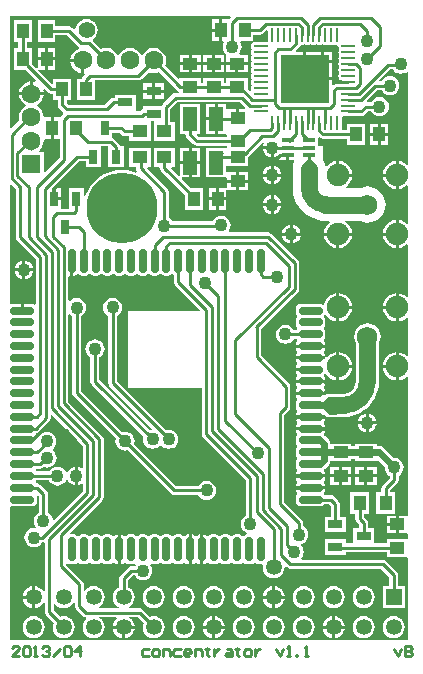
<source format=gtl>
%FSLAX25Y25*%
%MOIN*%
G70*
G01*
G75*
G04 Layer_Physical_Order=1*
G04 Layer_Color=255*
%ADD10C,0.05827*%
%ADD11C,0.05787*%
%ADD12R,0.05118X0.03937*%
%ADD13R,0.03937X0.01378*%
%ADD14R,0.04724X0.07874*%
%ADD15R,0.03937X0.05118*%
G04:AMPARAMS|DCode=16|XSize=78.74mil|YSize=23.62mil|CornerRadius=5.91mil|HoleSize=0mil|Usage=FLASHONLY|Rotation=270.000|XOffset=0mil|YOffset=0mil|HoleType=Round|Shape=RoundedRectangle|*
%AMROUNDEDRECTD16*
21,1,0.07874,0.01181,0,0,270.0*
21,1,0.06693,0.02362,0,0,270.0*
1,1,0.01181,-0.00591,-0.03347*
1,1,0.01181,-0.00591,0.03347*
1,1,0.01181,0.00591,0.03347*
1,1,0.01181,0.00591,-0.03347*
%
%ADD16ROUNDEDRECTD16*%
G04:AMPARAMS|DCode=17|XSize=78.74mil|YSize=23.62mil|CornerRadius=5.91mil|HoleSize=0mil|Usage=FLASHONLY|Rotation=0.000|XOffset=0mil|YOffset=0mil|HoleType=Round|Shape=RoundedRectangle|*
%AMROUNDEDRECTD17*
21,1,0.07874,0.01181,0,0,0.0*
21,1,0.06693,0.02362,0,0,0.0*
1,1,0.01181,0.03347,-0.00591*
1,1,0.01181,-0.03347,-0.00591*
1,1,0.01181,-0.03347,0.00591*
1,1,0.01181,0.03347,0.00591*
%
%ADD17ROUNDEDRECTD17*%
%ADD18R,0.03150X0.05118*%
%ADD19R,0.05118X0.03150*%
%ADD20R,0.05118X0.04331*%
%ADD21R,0.04331X0.05118*%
%ADD22O,0.00984X0.04724*%
%ADD23O,0.04724X0.00984*%
%ADD24C,0.00984*%
%ADD25C,0.02362*%
%ADD26C,0.00996*%
%ADD27C,0.01028*%
%ADD28C,0.05512*%
%ADD29C,0.06299*%
%ADD30C,0.07480*%
%ADD31C,0.06890*%
%ADD32C,0.05315*%
%ADD33R,0.05315X0.05315*%
%ADD34C,0.23622*%
%ADD35R,0.06299X0.06299*%
%ADD36R,0.16142X0.16142*%
%ADD37C,0.04331*%
G36*
X-33144Y501210D02*
X-32568Y501095D01*
X-31992Y501210D01*
X-31583Y501483D01*
X-31175Y501210D01*
X-30599Y501095D01*
X-30023Y501210D01*
X-29615Y501483D01*
X-29207Y501210D01*
X-28631Y501095D01*
X-28617Y501098D01*
X-28263Y500745D01*
X-28266Y500731D01*
X-28151Y500155D01*
X-27879Y499747D01*
X-28151Y499338D01*
X-28266Y498762D01*
X-28151Y498186D01*
X-27879Y497778D01*
X-28151Y497370D01*
X-28266Y496794D01*
X-28151Y496218D01*
X-27879Y495809D01*
X-28151Y495401D01*
X-28266Y494825D01*
X-28151Y494249D01*
X-27879Y493841D01*
X-28151Y493433D01*
X-28266Y492857D01*
X-28151Y492281D01*
X-27879Y491872D01*
X-28151Y491464D01*
X-28266Y490888D01*
X-28151Y490312D01*
X-27879Y489904D01*
X-28151Y489496D01*
X-28166Y489420D01*
X-26947D01*
X-26761Y489383D01*
X-24890D01*
Y488457D01*
X-28174D01*
X-28251Y488843D01*
X-28568Y488456D01*
X-28749D01*
X-29325Y488342D01*
X-29813Y488016D01*
X-29940Y487888D01*
X-30402Y488080D01*
Y489404D01*
X-39459D01*
Y489903D01*
X-39957D01*
Y495808D01*
Y498921D01*
Y498959D01*
X-42187D01*
X-42379Y499421D01*
X-41346Y500454D01*
X-41019Y500942D01*
X-41019Y500942D01*
Y500942D01*
X-40710Y501149D01*
X-40442Y501095D01*
X-39866Y501210D01*
X-39457Y501483D01*
X-39049Y501210D01*
X-38473Y501095D01*
X-37897Y501210D01*
X-37489Y501483D01*
X-37081Y501210D01*
X-36505Y501095D01*
X-35929Y501210D01*
X-35520Y501483D01*
X-35112Y501210D01*
X-34536Y501095D01*
X-33960Y501210D01*
X-33552Y501483D01*
X-33144Y501210D01*
D02*
G37*
G36*
X-113348Y367717D02*
Y360460D01*
X-113796Y360239D01*
X-113943Y360351D01*
X-114709Y360668D01*
X-115032Y360711D01*
Y357599D01*
Y354489D01*
X-114709Y354532D01*
X-113943Y354849D01*
X-113796Y354961D01*
X-113348Y354740D01*
Y352648D01*
X-122971Y343024D01*
X-123445Y343185D01*
X-123463Y343322D01*
X-123780Y344088D01*
X-124285Y344746D01*
X-124943Y345251D01*
X-125026Y345286D01*
Y351500D01*
X-125141Y352076D01*
X-125467Y352564D01*
X-127613Y354710D01*
X-128101Y355036D01*
X-128677Y355151D01*
X-128922D01*
X-129069Y355372D01*
Y355857D01*
X-128922Y356077D01*
X-124651D01*
X-124583Y355912D01*
X-124078Y355254D01*
X-123420Y354749D01*
X-122654Y354432D01*
X-121832Y354323D01*
X-121009Y354432D01*
X-120243Y354749D01*
X-119585Y355254D01*
X-119080Y355912D01*
X-118911Y356321D01*
X-118411D01*
X-118283Y356012D01*
X-117778Y355354D01*
X-117120Y354849D01*
X-116354Y354532D01*
X-116032Y354489D01*
Y357599D01*
Y360711D01*
X-116354Y360668D01*
X-117120Y360351D01*
X-117778Y359846D01*
X-118283Y359188D01*
X-118452Y358779D01*
X-118952D01*
X-119080Y359088D01*
X-119585Y359746D01*
X-120243Y360251D01*
X-121009Y360568D01*
X-121832Y360677D01*
X-122654Y360568D01*
X-123420Y360251D01*
X-124078Y359746D01*
X-124583Y359088D01*
X-124583Y359088D01*
X-128922D01*
X-129069Y359309D01*
Y359794D01*
X-128922Y360014D01*
X-127612D01*
X-127036Y360129D01*
X-126547Y360455D01*
X-126449Y360554D01*
X-126154Y360432D01*
X-125331Y360323D01*
X-124509Y360432D01*
X-123743Y360749D01*
X-123085Y361254D01*
X-122580Y361912D01*
X-122263Y362678D01*
X-122155Y363500D01*
X-122263Y364322D01*
X-122580Y365088D01*
X-123085Y365746D01*
X-123743Y366251D01*
X-123745Y366252D01*
Y366349D01*
X-123087Y366854D01*
X-122582Y367512D01*
X-122265Y368278D01*
X-122156Y369100D01*
X-122265Y369922D01*
X-122582Y370688D01*
X-123087Y371346D01*
X-123745Y371851D01*
X-124511Y372168D01*
X-125333Y372277D01*
X-126155Y372168D01*
X-126921Y371851D01*
X-127579Y371346D01*
X-128084Y370688D01*
X-128197Y370416D01*
X-128695Y370465D01*
X-128721Y370599D01*
X-129069Y371120D01*
Y371605D01*
X-128904Y371852D01*
X-128460Y371940D01*
X-127972Y372266D01*
X-124514Y375724D01*
X-124188Y376212D01*
X-124073Y376788D01*
Y377790D01*
X-123611Y377981D01*
X-113348Y367717D01*
D02*
G37*
G36*
X-9646Y492554D02*
X-8988Y492049D01*
X-8222Y491732D01*
X-7400Y491623D01*
X-6578Y491732D01*
X-5812Y492049D01*
X-5373Y492385D01*
X-4925Y492164D01*
Y461533D01*
X-5373Y461312D01*
X-6271Y462001D01*
X-7420Y462477D01*
X-8153Y462573D01*
Y457873D01*
Y453175D01*
X-7420Y453271D01*
X-6271Y453747D01*
X-5373Y454436D01*
X-4925Y454215D01*
Y441848D01*
X-5373Y441627D01*
X-6271Y442316D01*
X-7420Y442792D01*
X-8153Y442888D01*
Y438188D01*
Y433490D01*
X-7420Y433586D01*
X-6271Y434062D01*
X-5373Y434751D01*
X-4925Y434530D01*
Y417439D01*
X-5373Y417217D01*
X-6271Y417906D01*
X-7420Y418382D01*
X-8153Y418479D01*
Y413778D01*
Y409080D01*
X-7420Y409177D01*
X-6271Y409653D01*
X-5373Y410342D01*
X-4925Y410121D01*
Y397753D01*
X-5373Y397532D01*
X-6271Y398221D01*
X-7420Y398697D01*
X-8153Y398794D01*
Y394093D01*
Y389395D01*
X-7420Y389492D01*
X-6271Y389968D01*
X-5373Y390657D01*
X-4925Y390436D01*
Y344390D01*
X-4925D01*
X-4957D01*
X-5278Y344390D01*
X-5278Y344390D01*
Y344390D01*
X-8000D01*
Y341436D01*
Y338484D01*
X-5278D01*
X-4925Y338131D01*
Y336516D01*
X-4925D01*
X-4957D01*
X-5278Y336516D01*
X-5278Y336516D01*
Y336516D01*
X-12043D01*
Y335068D01*
X-16149D01*
X-16173Y335092D01*
X-16173Y335422D01*
X-16173Y335422D01*
X-16173D01*
Y340210D01*
X-18211D01*
Y341916D01*
X-18326Y342493D01*
X-18652Y342981D01*
X-19525Y343854D01*
Y345057D01*
X-17881D01*
Y352143D01*
X-24180D01*
Y345057D01*
X-22536D01*
Y343231D01*
X-22536Y343231D01*
X-22536D01*
X-22421Y342655D01*
X-22095Y342166D01*
X-21222Y341293D01*
Y340210D01*
X-23260D01*
Y335422D01*
X-23260Y335422D01*
X-23260D01*
X-23260Y335092D01*
X-23284Y335068D01*
X-25622D01*
Y336470D01*
X-32709D01*
Y331352D01*
X-25622D01*
Y332058D01*
X-12043D01*
Y330610D01*
X-5278D01*
X-4925Y330257D01*
Y302980D01*
X-137627D01*
Y347263D01*
X-137240Y347581D01*
X-136898Y347512D01*
X-130205D01*
X-129590Y347635D01*
X-129069Y347983D01*
X-128721Y348504D01*
X-128599Y349118D01*
Y350299D01*
X-128714Y350877D01*
X-128466Y351010D01*
X-128037Y350753D01*
Y345286D01*
X-128120Y345251D01*
X-128778Y344746D01*
X-129283Y344088D01*
X-129600Y343322D01*
X-129708Y342500D01*
X-129600Y341678D01*
X-129283Y340912D01*
X-129003Y340547D01*
X-129253Y340114D01*
X-129732Y340177D01*
X-130554Y340069D01*
X-131320Y339751D01*
X-131978Y339246D01*
X-132483Y338588D01*
X-132800Y337822D01*
X-132908Y337000D01*
X-132800Y336178D01*
X-132483Y335412D01*
X-131978Y334754D01*
X-131320Y334249D01*
X-130554Y333931D01*
X-129732Y333823D01*
X-128909Y333931D01*
X-128143Y334249D01*
X-127485Y334754D01*
X-126980Y335412D01*
X-126978Y335417D01*
X-126493Y335538D01*
X-126137Y335246D01*
Y319299D01*
X-126610Y319139D01*
X-127119Y319802D01*
X-127880Y320386D01*
X-128766Y320753D01*
X-129217Y320812D01*
Y317204D01*
Y313597D01*
X-128766Y313657D01*
X-127880Y314024D01*
X-127119Y314607D01*
X-126610Y315271D01*
X-126137Y315110D01*
Y312316D01*
X-126137Y312316D01*
X-126137D01*
X-126022Y311740D01*
X-125696Y311252D01*
X-123070Y308626D01*
X-123265Y308155D01*
X-123390Y307205D01*
X-123265Y306254D01*
X-122898Y305368D01*
X-122314Y304607D01*
X-121553Y304024D01*
X-120667Y303657D01*
X-119717Y303532D01*
X-118766Y303657D01*
X-117880Y304024D01*
X-117119Y304607D01*
X-116535Y305368D01*
X-116169Y306254D01*
X-116043Y307205D01*
X-116169Y308155D01*
X-116535Y309041D01*
X-117119Y309802D01*
X-117880Y310386D01*
X-118766Y310753D01*
X-119717Y310878D01*
X-120667Y310753D01*
X-120859Y310673D01*
X-123126Y312940D01*
Y314888D01*
X-122653Y315049D01*
X-122314Y314607D01*
X-121553Y314024D01*
X-120667Y313657D01*
X-119717Y313532D01*
X-118766Y313657D01*
X-117880Y314024D01*
X-117119Y314607D01*
X-116610Y315271D01*
X-116137Y315110D01*
Y314300D01*
X-116137Y314300D01*
X-116137D01*
X-116022Y313724D01*
X-115696Y313236D01*
X-113325Y310865D01*
X-112837Y310538D01*
X-112261Y310424D01*
X-112261Y309843D01*
X-112314Y309802D01*
X-112898Y309041D01*
X-113265Y308155D01*
X-113390Y307205D01*
X-113265Y306254D01*
X-112898Y305368D01*
X-112314Y304607D01*
X-111553Y304024D01*
X-110667Y303657D01*
X-109716Y303532D01*
X-108766Y303657D01*
X-107880Y304024D01*
X-107119Y304607D01*
X-106535Y305368D01*
X-106169Y306254D01*
X-106043Y307205D01*
X-106169Y308155D01*
X-106535Y309041D01*
X-107119Y309802D01*
X-107880Y310386D01*
X-107872Y310424D01*
X-102281D01*
X-102120Y309950D01*
X-102314Y309802D01*
X-102898Y309041D01*
X-103264Y308155D01*
X-103324Y307705D01*
X-96109D01*
X-96169Y308155D01*
X-96535Y309041D01*
X-97119Y309802D01*
X-97880Y310386D01*
X-97872Y310424D01*
X-94868D01*
X-93070Y308626D01*
X-93265Y308155D01*
X-93390Y307205D01*
X-93265Y306254D01*
X-92898Y305368D01*
X-92314Y304607D01*
X-91553Y304024D01*
X-90667Y303657D01*
X-89717Y303532D01*
X-88766Y303657D01*
X-87880Y304024D01*
X-87119Y304607D01*
X-86536Y305368D01*
X-86169Y306254D01*
X-86043Y307205D01*
X-86169Y308155D01*
X-86536Y309041D01*
X-87119Y309802D01*
X-87880Y310386D01*
X-88766Y310753D01*
X-89717Y310878D01*
X-90667Y310753D01*
X-90859Y310673D01*
X-93180Y312994D01*
X-93668Y313320D01*
X-94244Y313434D01*
X-98021D01*
X-98119Y313925D01*
X-97880Y314024D01*
X-97119Y314607D01*
X-96535Y315368D01*
X-96169Y316254D01*
X-96043Y317205D01*
X-96169Y318155D01*
X-96535Y319041D01*
X-97119Y319802D01*
X-97880Y320386D01*
X-98211Y320523D01*
Y322920D01*
X-96652Y324479D01*
X-96124D01*
X-96090Y324396D01*
X-95585Y323738D01*
X-94927Y323233D01*
X-94161Y322916D01*
X-93339Y322808D01*
X-92516Y322916D01*
X-91750Y323233D01*
X-91092Y323738D01*
X-90587Y324396D01*
X-90270Y325162D01*
X-90162Y325984D01*
X-90270Y326806D01*
X-90587Y327573D01*
X-90840Y327902D01*
X-90576Y328326D01*
X-90047Y328221D01*
X-88866D01*
X-88252Y328343D01*
X-87731Y328691D01*
X-87246D01*
X-86725Y328343D01*
X-86110Y328221D01*
X-84929D01*
X-84315Y328343D01*
X-83794Y328691D01*
X-83309D01*
X-82788Y328343D01*
X-82173Y328221D01*
X-80992D01*
X-80378Y328343D01*
X-79857Y328691D01*
X-79372D01*
X-78851Y328343D01*
X-78236Y328221D01*
X-78146D01*
Y333172D01*
Y338125D01*
X-78236D01*
X-78851Y338003D01*
X-79372Y337655D01*
X-79857D01*
X-80378Y338003D01*
X-80992Y338125D01*
X-82173D01*
X-82788Y338003D01*
X-83309Y337655D01*
X-83794D01*
X-84315Y338003D01*
X-84929Y338125D01*
X-86110D01*
X-86725Y338003D01*
X-87246Y337655D01*
X-87731D01*
X-88252Y338003D01*
X-88866Y338125D01*
X-90047D01*
X-90662Y338003D01*
X-91183Y337655D01*
X-91668D01*
X-92189Y338003D01*
X-92803Y338125D01*
X-93984D01*
X-94599Y338003D01*
X-95120Y337655D01*
X-95605D01*
X-96126Y338003D01*
X-96740Y338125D01*
X-97921D01*
X-98536Y338003D01*
X-99057Y337655D01*
X-99542D01*
X-100063Y338003D01*
X-100677Y338125D01*
X-100768D01*
Y333172D01*
Y328221D01*
X-100677D01*
X-100063Y328343D01*
X-99542Y328691D01*
X-99057D01*
X-98536Y328343D01*
X-97921Y328221D01*
X-96740D01*
X-96126Y328343D01*
X-96114Y328351D01*
X-95773Y327986D01*
X-96090Y327573D01*
X-96124Y327489D01*
X-97276D01*
X-97852Y327375D01*
X-98340Y327049D01*
X-100781Y324608D01*
X-101107Y324119D01*
X-101222Y323543D01*
Y320523D01*
X-101553Y320386D01*
X-102314Y319802D01*
X-102898Y319041D01*
X-103264Y318155D01*
X-103390Y317205D01*
X-103264Y316254D01*
X-102898Y315368D01*
X-102314Y314607D01*
X-101553Y314024D01*
X-101314Y313925D01*
X-101412Y313434D01*
X-108021D01*
X-108119Y313925D01*
X-107880Y314024D01*
X-107119Y314607D01*
X-106535Y315368D01*
X-106169Y316254D01*
X-106043Y317205D01*
X-106169Y318155D01*
X-106535Y319041D01*
X-107119Y319802D01*
X-107880Y320386D01*
X-108766Y320753D01*
X-109716Y320878D01*
X-110667Y320753D01*
X-111553Y320386D01*
X-112314Y319802D01*
X-112653Y319360D01*
X-113126Y319521D01*
Y321528D01*
X-113241Y322104D01*
X-113567Y322592D01*
X-118999Y328024D01*
Y328333D01*
X-118558Y328569D01*
X-118221Y328343D01*
X-117606Y328221D01*
X-116425D01*
X-115811Y328343D01*
X-115290Y328691D01*
X-114805D01*
X-114284Y328343D01*
X-113669Y328221D01*
X-112488D01*
X-111874Y328343D01*
X-111353Y328691D01*
X-110868D01*
X-110347Y328343D01*
X-109732Y328221D01*
X-108551D01*
X-107937Y328343D01*
X-107416Y328691D01*
X-106931D01*
X-106410Y328343D01*
X-105795Y328221D01*
X-104614D01*
X-104000Y328343D01*
X-103479Y328691D01*
X-102994D01*
X-102473Y328343D01*
X-101858Y328221D01*
X-101768D01*
Y333172D01*
Y338125D01*
X-101858D01*
X-102473Y338003D01*
X-102994Y337655D01*
X-103479D01*
X-104000Y338003D01*
X-104614Y338125D01*
X-105795D01*
X-106410Y338003D01*
X-106931Y337655D01*
X-107416D01*
X-107937Y338003D01*
X-108551Y338125D01*
X-109732D01*
X-110347Y338003D01*
X-110868Y337655D01*
X-111353D01*
X-111874Y338003D01*
X-112488Y338125D01*
X-113669D01*
X-114284Y338003D01*
X-114805Y337655D01*
X-115290D01*
X-115811Y338003D01*
X-116425Y338125D01*
X-117392D01*
X-117583Y338587D01*
X-106841Y349329D01*
X-106515Y349818D01*
X-106400Y350394D01*
Y369972D01*
X-106515Y370548D01*
X-106841Y371036D01*
X-118168Y382363D01*
Y411299D01*
X-117712Y411454D01*
X-117054Y410949D01*
X-116971Y410914D01*
Y385334D01*
X-116971Y385334D01*
X-116971D01*
X-116856Y384758D01*
X-116530Y384269D01*
X-102366Y370105D01*
X-102400Y370022D01*
X-102508Y369200D01*
X-102400Y368378D01*
X-102083Y367612D01*
X-101578Y366954D01*
X-100920Y366449D01*
X-100154Y366131D01*
X-99331Y366023D01*
X-98509Y366131D01*
X-98426Y366166D01*
X-83952Y351692D01*
X-83464Y351365D01*
X-82887Y351251D01*
X-74864D01*
X-74830Y351167D01*
X-74325Y350510D01*
X-73667Y350005D01*
X-72901Y349687D01*
X-72079Y349579D01*
X-71257Y349687D01*
X-70490Y350005D01*
X-69832Y350510D01*
X-69328Y351167D01*
X-69010Y351934D01*
X-68902Y352756D01*
X-69010Y353578D01*
X-69328Y354344D01*
X-69832Y355002D01*
X-70490Y355507D01*
X-71257Y355824D01*
X-72079Y355933D01*
X-72901Y355824D01*
X-73667Y355507D01*
X-74325Y355002D01*
X-74830Y354344D01*
X-74864Y354261D01*
X-82264D01*
X-96297Y368295D01*
X-96263Y368378D01*
X-96155Y369200D01*
X-96263Y370022D01*
X-96580Y370788D01*
X-97085Y371446D01*
X-97743Y371951D01*
X-98509Y372269D01*
X-99331Y372377D01*
X-100154Y372269D01*
X-100237Y372234D01*
X-113960Y385957D01*
Y410914D01*
X-113877Y410949D01*
X-113219Y411454D01*
X-112714Y412112D01*
X-112397Y412878D01*
X-112289Y413700D01*
X-112397Y414522D01*
X-112714Y415288D01*
X-113219Y415946D01*
X-113877Y416451D01*
X-114643Y416769D01*
X-115465Y416877D01*
X-116288Y416769D01*
X-117054Y416451D01*
X-117712Y415946D01*
X-118168Y416101D01*
Y424002D01*
X-117781Y424319D01*
X-117606Y424284D01*
X-117516D01*
Y429237D01*
X-116516D01*
Y424284D01*
X-116425D01*
X-115811Y424406D01*
X-115290Y424754D01*
X-114805D01*
X-114284Y424406D01*
X-113669Y424284D01*
X-112488D01*
X-111874Y424406D01*
X-111353Y424754D01*
X-110868D01*
X-110347Y424406D01*
X-109732Y424284D01*
X-108551D01*
X-107937Y424406D01*
X-107416Y424754D01*
X-106931D01*
X-106410Y424406D01*
X-105795Y424284D01*
X-104614D01*
X-104000Y424406D01*
X-103479Y424754D01*
X-102994D01*
X-102473Y424406D01*
X-101858Y424284D01*
X-100677D01*
X-100063Y424406D01*
X-99542Y424754D01*
X-99057D01*
X-98536Y424406D01*
X-97921Y424284D01*
X-96740D01*
X-96126Y424406D01*
X-95605Y424754D01*
X-95120D01*
X-94599Y424406D01*
X-93984Y424284D01*
X-92803D01*
X-92189Y424406D01*
X-91668Y424754D01*
X-91183D01*
X-90662Y424406D01*
X-90047Y424284D01*
X-88866D01*
X-88252Y424406D01*
X-87731Y424754D01*
X-87246D01*
X-86725Y424406D01*
X-86110Y424284D01*
X-84929D01*
X-84315Y424406D01*
X-83794Y424754D01*
X-83309D01*
X-83088Y424607D01*
Y422346D01*
X-82973Y421770D01*
X-82647Y421282D01*
X-74331Y412966D01*
X-74522Y412504D01*
X-98315D01*
Y386913D01*
X-73738D01*
Y371601D01*
X-73623Y371025D01*
X-73297Y370536D01*
X-59037Y356276D01*
Y344386D01*
X-59120Y344351D01*
X-59778Y343846D01*
X-60283Y343188D01*
X-60600Y342422D01*
X-60708Y341600D01*
X-60600Y340778D01*
X-60283Y340012D01*
X-59778Y339354D01*
X-59120Y338849D01*
X-58551Y338613D01*
Y338612D01*
X-58600Y338116D01*
X-59166Y338003D01*
X-59686Y337655D01*
X-60172D01*
X-60693Y338003D01*
X-61307Y338125D01*
X-62488D01*
X-63103Y338003D01*
X-63624Y337655D01*
X-64109D01*
X-64630Y338003D01*
X-65244Y338125D01*
X-66425D01*
X-67040Y338003D01*
X-67561Y337655D01*
X-68046D01*
X-68567Y338003D01*
X-69181Y338125D01*
X-70362D01*
X-70977Y338003D01*
X-71498Y337655D01*
X-71983D01*
X-72504Y338003D01*
X-73118Y338125D01*
X-73209D01*
Y333172D01*
Y328221D01*
X-73118D01*
X-72504Y328343D01*
X-71983Y328691D01*
X-71498D01*
X-70977Y328343D01*
X-70362Y328221D01*
X-69181D01*
X-68567Y328343D01*
X-68046Y328691D01*
X-67561D01*
X-67040Y328343D01*
X-66425Y328221D01*
X-65244D01*
X-64630Y328343D01*
X-64109Y328691D01*
X-63624D01*
X-63103Y328343D01*
X-62488Y328221D01*
X-61307D01*
X-60693Y328343D01*
X-60172Y328691D01*
X-59686D01*
X-59166Y328343D01*
X-58551Y328221D01*
X-57370D01*
X-56756Y328343D01*
X-56235Y328691D01*
X-55749D01*
X-55229Y328343D01*
X-54614Y328221D01*
X-53635D01*
X-53374Y327923D01*
X-53326Y327685D01*
X-53390Y327205D01*
X-53264Y326254D01*
X-52898Y325368D01*
X-52314Y324607D01*
X-51553Y324024D01*
X-50667Y323657D01*
X-49716Y323532D01*
X-48766Y323657D01*
X-47880Y324024D01*
X-47119Y324607D01*
X-46536Y325368D01*
X-46169Y326254D01*
X-46043Y327205D01*
X-46049Y327251D01*
X-45601Y327472D01*
X-45264Y327136D01*
X-44776Y326809D01*
X-44200Y326695D01*
X-13940D01*
X-11222Y323976D01*
Y320847D01*
X-13358D01*
Y313563D01*
X-6075D01*
Y320847D01*
X-8211D01*
Y324600D01*
X-8326Y325176D01*
X-8652Y325664D01*
X-12252Y329264D01*
X-12741Y329591D01*
X-13317Y329705D01*
X-40356D01*
X-40577Y330154D01*
X-40149Y330712D01*
X-39832Y331478D01*
X-39723Y332300D01*
X-39832Y333122D01*
X-40149Y333888D01*
X-40654Y334546D01*
X-40676Y334564D01*
X-40578Y334931D01*
X-39812Y335249D01*
X-39154Y335754D01*
X-38649Y336412D01*
X-38331Y337178D01*
X-38223Y338000D01*
X-38331Y338822D01*
X-38649Y339588D01*
X-39154Y340246D01*
X-39812Y340751D01*
X-39895Y340786D01*
Y341800D01*
X-40009Y342376D01*
X-40336Y342864D01*
X-46234Y348763D01*
Y377929D01*
X-44692Y379472D01*
X-44365Y379960D01*
X-44251Y380536D01*
Y387385D01*
X-44365Y387961D01*
X-44692Y388450D01*
X-53968Y397726D01*
Y406505D01*
X-41732Y418741D01*
X-41406Y419229D01*
X-41292Y419805D01*
Y428449D01*
X-41406Y429025D01*
X-41732Y429514D01*
X-50552Y438333D01*
X-51040Y438659D01*
X-51616Y438774D01*
X-64550D01*
X-64771Y439222D01*
X-64549Y439512D01*
X-64231Y440278D01*
X-64123Y441100D01*
X-64231Y441922D01*
X-64549Y442688D01*
X-65054Y443346D01*
X-65712Y443851D01*
X-66478Y444169D01*
X-67300Y444277D01*
X-68122Y444169D01*
X-68888Y443851D01*
X-69546Y443346D01*
X-70051Y442688D01*
X-70127Y442505D01*
X-83514D01*
X-83549Y442588D01*
X-84054Y443246D01*
X-84712Y443751D01*
X-84795Y443786D01*
Y452338D01*
X-84909Y452914D01*
X-85236Y453402D01*
X-91991Y460158D01*
X-91800Y460620D01*
X-90757D01*
Y466919D01*
X-97843D01*
Y460620D01*
X-95605D01*
Y460138D01*
X-95605Y460138D01*
X-95605D01*
X-95491Y459562D01*
X-95164Y459073D01*
X-95539Y458699D01*
X-96404Y459057D01*
X-98362Y459527D01*
X-100370Y459685D01*
X-102378Y459527D01*
X-104336Y459057D01*
X-106197Y458286D01*
X-107914Y457234D01*
X-109446Y455926D01*
X-110754Y454394D01*
X-111806Y452677D01*
X-112533Y450922D01*
X-113024Y451019D01*
Y453468D01*
X-118142D01*
Y446605D01*
X-120504D01*
Y449424D01*
X-123064D01*
Y449923D01*
X-123563D01*
Y453468D01*
X-123035D01*
X-123226Y453930D01*
X-114686Y462470D01*
X-112399D01*
Y460432D01*
X-107281D01*
Y467395D01*
X-104919D01*
Y460432D01*
X-99801D01*
Y467519D01*
X-100906D01*
X-100969Y467836D01*
X-101295Y468324D01*
X-102936Y469964D01*
X-103424Y470291D01*
X-103541Y470314D01*
Y472019D01*
X-101148D01*
X-100495Y471366D01*
X-100495Y471366D01*
X-100495D01*
X-100495Y471366D01*
X-100495D01*
X-100495Y471366D01*
Y471366D01*
Y471366D01*
D01*
D01*
X-100495D01*
Y471366D01*
X-100007Y471040D01*
X-99431Y470925D01*
X-97843D01*
Y469281D01*
X-90757D01*
Y475580D01*
D01*
Y475580D01*
X-90536Y475801D01*
X-89743D01*
Y475580D01*
X-89743D01*
Y469281D01*
X-82657D01*
Y475580D01*
X-84235D01*
Y479836D01*
X-81860Y482211D01*
X-61022D01*
X-59262Y480452D01*
X-59454Y479990D01*
X-61300D01*
Y477036D01*
X-62300D01*
Y479990D01*
X-65169D01*
X-65169Y479990D01*
Y479990D01*
X-65343Y479990D01*
X-65523Y480169D01*
Y481505D01*
X-68369D01*
Y476582D01*
Y471662D01*
X-65697D01*
X-65343Y471309D01*
Y470668D01*
X-74840D01*
X-75371Y471200D01*
X-75180Y471662D01*
X-74184D01*
Y481505D01*
X-80877D01*
Y471662D01*
X-79467D01*
X-79036Y471231D01*
X-79036Y471231D01*
D01*
X-78921Y470655D01*
X-78595Y470166D01*
X-76527Y468099D01*
X-76039Y467772D01*
X-75463Y467658D01*
X-65343D01*
Y466938D01*
X-65523D01*
Y466938D01*
X-72216D01*
Y457095D01*
X-65697D01*
X-65343Y456742D01*
Y456363D01*
X-62300D01*
Y458816D01*
X-65169D01*
X-65169Y458816D01*
Y458816D01*
X-65343Y458816D01*
X-65523Y458995D01*
Y460784D01*
X-65343D01*
Y460784D01*
X-58257D01*
Y463962D01*
X-53548Y468671D01*
X-53132Y468393D01*
X-53369Y467822D01*
X-53411Y467500D01*
X-50299D01*
Y467001D01*
X-49800D01*
Y463889D01*
X-49478Y463932D01*
X-48712Y464249D01*
X-48407Y464483D01*
X-47958Y464262D01*
Y464939D01*
X-45004D01*
Y464440D01*
X-44506D01*
Y462766D01*
X-43049D01*
X-42828Y462318D01*
X-42965Y462139D01*
X-43183Y461614D01*
X-43273Y461397D01*
X-43378Y460600D01*
Y459569D01*
X-43400Y459400D01*
Y453300D01*
X-43309Y452609D01*
X-43255Y451922D01*
X-42847Y450225D01*
X-42180Y448613D01*
X-41268Y447125D01*
X-40135Y445798D01*
X-38808Y444665D01*
X-37320Y443753D01*
X-35708Y443086D01*
X-34011Y442678D01*
X-33023Y442600D01*
X-32500Y442532D01*
X-31218D01*
X-31057Y442058D01*
X-31708Y441559D01*
X-32465Y440572D01*
X-32941Y439422D01*
X-33038Y438689D01*
X-23639D01*
X-23736Y439422D01*
X-24212Y440572D01*
X-24969Y441559D01*
X-25956Y442316D01*
X-25913Y442532D01*
X-20943D01*
X-20805Y442458D01*
X-19673Y442114D01*
X-18496Y441998D01*
X-17319Y442114D01*
X-16187Y442458D01*
X-15144Y443015D01*
X-14230Y443765D01*
X-13480Y444680D01*
X-12922Y445723D01*
X-12579Y446854D01*
X-12463Y448032D01*
X-12579Y449208D01*
X-12922Y450340D01*
X-13480Y451383D01*
X-14230Y452297D01*
X-15144Y453048D01*
X-16187Y453605D01*
X-17319Y453949D01*
X-18496Y454065D01*
X-19673Y453949D01*
X-20805Y453605D01*
X-20943Y453531D01*
X-25460D01*
X-25620Y454005D01*
X-24969Y454504D01*
X-24212Y455491D01*
X-23736Y456641D01*
X-23639Y457374D01*
X-28340D01*
Y457873D01*
X-28839D01*
Y462573D01*
X-29572Y462477D01*
X-30721Y462001D01*
X-31708Y461243D01*
X-31997Y460867D01*
X-32480Y460997D01*
X-32527Y461359D01*
X-32655Y461666D01*
X-32835Y462101D01*
X-33324Y462738D01*
X-33391Y462806D01*
Y467687D01*
X-34966D01*
Y467884D01*
Y470299D01*
X-34504Y470491D01*
X-34448Y470434D01*
X-33959Y470108D01*
X-33383Y469993D01*
X-25390D01*
Y467957D01*
X-19484D01*
Y475043D01*
X-25390D01*
Y473004D01*
X-26823D01*
X-27141Y473390D01*
X-27125Y473467D01*
Y477207D01*
X-27128Y477221D01*
X-26775Y477575D01*
X-26761Y477572D01*
X-20723D01*
X-20147Y477686D01*
X-19658Y478013D01*
X-19658Y478013D01*
X-19658Y478013D01*
X-18476Y479195D01*
X-17286D01*
X-17251Y479112D01*
X-16746Y478454D01*
X-16088Y477949D01*
X-15322Y477632D01*
X-14500Y477523D01*
X-13678Y477632D01*
X-12912Y477949D01*
X-12254Y478454D01*
X-11749Y479112D01*
X-11432Y479878D01*
X-11323Y480700D01*
X-11432Y481522D01*
X-11749Y482288D01*
X-12254Y482946D01*
X-12912Y483451D01*
X-13678Y483769D01*
X-14500Y483877D01*
X-15322Y483769D01*
X-16088Y483451D01*
X-16746Y482946D01*
X-17251Y482288D01*
X-17286Y482205D01*
X-18601D01*
X-18792Y482667D01*
X-15265Y486195D01*
X-13786D01*
X-13751Y486112D01*
X-13246Y485454D01*
X-12588Y484949D01*
X-11822Y484631D01*
X-11000Y484523D01*
X-10178Y484631D01*
X-9412Y484949D01*
X-8754Y485454D01*
X-8249Y486112D01*
X-7931Y486878D01*
X-7823Y487700D01*
X-7931Y488522D01*
X-8249Y489288D01*
X-8754Y489946D01*
X-9412Y490451D01*
X-10178Y490768D01*
X-11000Y490877D01*
X-11822Y490768D01*
X-12588Y490451D01*
X-13246Y489946D01*
X-13751Y489288D01*
X-13786Y489205D01*
X-14385D01*
X-14576Y489667D01*
X-11049Y493195D01*
X-10138D01*
X-9646Y492554D01*
D02*
G37*
G36*
X-135737Y453293D02*
Y437238D01*
X-135622Y436662D01*
X-135296Y436173D01*
X-129052Y429930D01*
Y414946D01*
X-129493Y414710D01*
X-129590Y414775D01*
X-130205Y414897D01*
X-133051D01*
Y412700D01*
X-134051D01*
Y414897D01*
X-136898D01*
X-137240Y414829D01*
X-137627Y415146D01*
Y454529D01*
X-137165Y454720D01*
X-135737Y453293D01*
D02*
G37*
G36*
X-64069Y510338D02*
X-64664Y509743D01*
X-66837D01*
Y506199D01*
Y502657D01*
X-66557D01*
X-66336Y502208D01*
X-66351Y502188D01*
X-66668Y501422D01*
X-66777Y500600D01*
X-66668Y499778D01*
X-66351Y499012D01*
X-65846Y498354D01*
X-65508Y498094D01*
X-65543Y497990D01*
X-65543D01*
X-65543Y497990D01*
Y495537D01*
X-58457D01*
Y497990D01*
X-61068D01*
X-61289Y498438D01*
X-60849Y499012D01*
X-60532Y499778D01*
X-60423Y500600D01*
X-60532Y501422D01*
X-60849Y502188D01*
X-60864Y502208D01*
X-60643Y502657D01*
X-56510D01*
Y504695D01*
X-54362D01*
X-53786Y504809D01*
X-53298Y505136D01*
X-53298Y505136D01*
X-53298Y505136D01*
X-52251Y506182D01*
X-51789Y505991D01*
Y502601D01*
X-51787Y502587D01*
X-52140Y502233D01*
X-52154Y502236D01*
X-55895D01*
X-56471Y502121D01*
X-56959Y501795D01*
X-57285Y501307D01*
X-57400Y500731D01*
X-57285Y500155D01*
X-57012Y499747D01*
X-57285Y499338D01*
X-57400Y498762D01*
X-57285Y498186D01*
X-57012Y497778D01*
X-57285Y497370D01*
X-57400Y496794D01*
X-57285Y496218D01*
X-57012Y495809D01*
X-57285Y495401D01*
X-57400Y494825D01*
X-57285Y494249D01*
X-57012Y493841D01*
X-57285Y493433D01*
X-57400Y492857D01*
X-57285Y492281D01*
X-57012Y491872D01*
X-57285Y491464D01*
X-57400Y490888D01*
X-57285Y490312D01*
X-57012Y489904D01*
X-57285Y489496D01*
X-57400Y488920D01*
X-57285Y488344D01*
X-57012Y487935D01*
X-57285Y487527D01*
X-57400Y486951D01*
X-57285Y486375D01*
X-57220Y486278D01*
X-57434Y485826D01*
X-57581Y485812D01*
X-58457Y486688D01*
Y490116D01*
X-65543D01*
Y488668D01*
X-66257D01*
Y490116D01*
X-73343D01*
Y488668D01*
X-73957D01*
Y490114D01*
X-81043D01*
Y490095D01*
X-81505Y489903D01*
X-86006Y494404D01*
X-85766Y494984D01*
X-85624Y496063D01*
X-85766Y497142D01*
X-86183Y498148D01*
X-86845Y499011D01*
X-87709Y499674D01*
X-88714Y500090D01*
X-89794Y500233D01*
X-90873Y500090D01*
X-91878Y499674D01*
X-92742Y499011D01*
X-93405Y498148D01*
X-93481Y497964D01*
X-93981D01*
X-94057Y498148D01*
X-94719Y499011D01*
X-95583Y499674D01*
X-96589Y500090D01*
X-97668Y500233D01*
X-98747Y500090D01*
X-99752Y499674D01*
X-100616Y499011D01*
X-101279Y498148D01*
X-101355Y497964D01*
X-101855D01*
X-101931Y498148D01*
X-102593Y499011D01*
X-103457Y499674D01*
X-104463Y500090D01*
X-105542Y500233D01*
X-106621Y500090D01*
X-107200Y499850D01*
X-109937Y502587D01*
X-109904Y503086D01*
X-109470Y503419D01*
X-108871Y504200D01*
X-108494Y505110D01*
X-108365Y506087D01*
X-108494Y507063D01*
X-108871Y507973D01*
X-109470Y508754D01*
X-110252Y509354D01*
X-111161Y509730D01*
X-112138Y509859D01*
X-113114Y509730D01*
X-114024Y509354D01*
X-114805Y508754D01*
X-115405Y507973D01*
X-115782Y507063D01*
X-115846Y506573D01*
X-116320Y506412D01*
X-116872Y506964D01*
X-117360Y507291D01*
X-117937Y507405D01*
X-122510D01*
Y509443D01*
X-128416D01*
Y502357D01*
X-122510D01*
Y504395D01*
X-118560D01*
X-114955Y500790D01*
X-114574Y500535D01*
X-114623Y500037D01*
X-115500Y499674D01*
X-116364Y499011D01*
X-117027Y498148D01*
X-117443Y497142D01*
X-117519Y496563D01*
X-113415D01*
Y496064D01*
X-112916D01*
Y491959D01*
X-112900Y491961D01*
X-112679Y491513D01*
X-113427Y490764D01*
X-113754Y490276D01*
X-113786Y490114D01*
X-113800Y490043D01*
X-115316D01*
Y482957D01*
X-109410D01*
Y489495D01*
X-94857D01*
X-94281Y489609D01*
X-93792Y489936D01*
X-93792Y489936D01*
X-93792Y489936D01*
X-91452Y492276D01*
X-90873Y492035D01*
X-89794Y491893D01*
X-88714Y492035D01*
X-88135Y492276D01*
X-81895Y486036D01*
X-81407Y485709D01*
X-81504Y485222D01*
X-82484D01*
X-83060Y485107D01*
X-83548Y484781D01*
X-86804Y481524D01*
X-87131Y481036D01*
X-87150Y480941D01*
X-87154Y480919D01*
X-93319D01*
Y479810D01*
X-93616Y479751D01*
X-94105Y479424D01*
X-94388Y479141D01*
X-95681D01*
Y479541D01*
X-95681D01*
Y484659D01*
X-102768D01*
Y483605D01*
X-103100D01*
X-103676Y483491D01*
X-104164Y483164D01*
X-106073Y481256D01*
X-118193D01*
X-118732Y481795D01*
Y482957D01*
X-117284D01*
Y490043D01*
X-123190D01*
Y488472D01*
X-123652Y488280D01*
X-128419Y493047D01*
Y493054D01*
X-128416Y493057D01*
X-128157Y493057D01*
X-128157Y493057D01*
Y493057D01*
X-125963D01*
Y496100D01*
X-128416D01*
Y493698D01*
X-128878Y493506D01*
X-130384Y495013D01*
Y500143D01*
X-131832D01*
Y502357D01*
X-130384D01*
Y509443D01*
X-136290D01*
Y502357D01*
X-134842D01*
Y500143D01*
X-136290D01*
Y493057D01*
X-132685D01*
X-129037Y489408D01*
X-129315Y488993D01*
X-129452Y489049D01*
X-130032Y489126D01*
Y485522D01*
X-126428D01*
X-126504Y486101D01*
X-126561Y486239D01*
X-126145Y486516D01*
X-125064Y485436D01*
X-125064D01*
X-125064Y485436D01*
X-125064Y485436D01*
Y485436D01*
X-124576Y485109D01*
X-124000Y484995D01*
X-123190D01*
Y482957D01*
X-121742D01*
Y481171D01*
X-121628Y480595D01*
X-121301Y480107D01*
X-119881Y478686D01*
X-119873Y478681D01*
X-119824Y478183D01*
X-120596Y477411D01*
X-120775Y477143D01*
X-123037D01*
Y473599D01*
Y470057D01*
X-121037D01*
Y463624D01*
X-125936Y458725D01*
X-126398Y458916D01*
Y465534D01*
X-127837D01*
X-127998Y466007D01*
X-127583Y466326D01*
X-126921Y467189D01*
X-126504Y468195D01*
X-126362Y469274D01*
X-126416Y469681D01*
X-126086Y470057D01*
X-124037D01*
Y473599D01*
Y477143D01*
X-126358D01*
X-126362Y477148D01*
X-126504Y478227D01*
X-126921Y479233D01*
X-127583Y480096D01*
X-128447Y480759D01*
X-128630Y480835D01*
Y481335D01*
X-128447Y481411D01*
X-127583Y482074D01*
X-126921Y482937D01*
X-126504Y483943D01*
X-126428Y484522D01*
X-134635D01*
X-134559Y483943D01*
X-134142Y482937D01*
X-133480Y482074D01*
X-132616Y481411D01*
X-132432Y481335D01*
Y480835D01*
X-132616Y480759D01*
X-133480Y480096D01*
X-134142Y479233D01*
X-134559Y478227D01*
X-134701Y477148D01*
X-134559Y476069D01*
X-134539Y476021D01*
X-137165Y473396D01*
X-137627Y473587D01*
Y510800D01*
X-64261D01*
X-64069Y510338D01*
D02*
G37*
%LPC*%
G36*
X-19500Y360516D02*
X-22543D01*
Y358063D01*
X-19500D01*
Y360516D01*
D02*
G37*
G36*
X-27900D02*
X-30943D01*
Y358063D01*
X-27900D01*
Y360516D01*
D02*
G37*
G36*
X-23857D02*
X-26900D01*
Y358063D01*
X-23857D01*
Y360516D01*
D02*
G37*
G36*
X-19100Y374800D02*
X-21711D01*
X-21668Y374478D01*
X-21351Y373712D01*
X-20846Y373054D01*
X-20188Y372549D01*
X-19422Y372232D01*
X-19100Y372189D01*
Y374800D01*
D02*
G37*
G36*
X-15489D02*
X-18100D01*
Y372189D01*
X-17778Y372232D01*
X-17012Y372549D01*
X-16354Y373054D01*
X-15849Y373712D01*
X-15531Y374478D01*
X-15489Y374800D01*
D02*
G37*
G36*
X-15457Y360516D02*
X-18500D01*
Y358063D01*
X-15457D01*
Y360516D01*
D02*
G37*
G36*
X-32536Y372831D02*
X-42440D01*
Y372740D01*
X-42318Y372126D01*
X-41970Y371605D01*
Y371120D01*
X-42318Y370599D01*
X-42440Y369984D01*
Y368803D01*
X-42318Y368189D01*
X-41970Y367668D01*
Y367183D01*
X-42318Y366662D01*
X-42440Y366047D01*
Y364866D01*
X-42318Y364252D01*
X-41970Y363731D01*
Y363246D01*
X-42318Y362725D01*
X-42440Y362110D01*
Y360929D01*
X-42318Y360315D01*
X-41970Y359794D01*
Y359309D01*
X-42318Y358788D01*
X-42440Y358173D01*
Y358083D01*
X-32536D01*
Y358173D01*
X-32658Y358788D01*
X-33006Y359309D01*
X-33006Y359726D01*
X-32658Y359959D01*
X-31439Y361178D01*
X-30960Y361894D01*
X-30843Y362484D01*
X-23857D01*
Y363229D01*
X-22543D01*
Y362484D01*
X-15457D01*
Y362581D01*
X-14995Y362772D01*
X-12766Y360544D01*
X-12777Y360461D01*
X-12668Y359638D01*
X-12351Y358872D01*
X-11846Y358214D01*
X-11188Y357710D01*
X-11105Y357675D01*
Y356823D01*
X-13434Y354495D01*
X-13760Y354007D01*
X-13875Y353431D01*
Y352143D01*
X-15519D01*
Y345057D01*
X-9220D01*
Y352143D01*
X-10864D01*
Y352807D01*
X-8536Y355136D01*
X-8209Y355624D01*
X-8095Y356200D01*
X-8095Y356200D01*
X-8095Y356200D01*
Y356200D01*
Y357675D01*
X-8012Y357710D01*
X-7354Y358214D01*
X-6849Y358872D01*
X-6532Y359638D01*
X-6423Y360461D01*
X-6532Y361283D01*
X-6849Y362049D01*
X-7354Y362707D01*
X-8012Y363212D01*
X-8778Y363529D01*
X-9600Y363637D01*
X-9613Y363636D01*
X-12976Y366998D01*
X-13692Y367477D01*
X-14537Y367645D01*
X-15457D01*
Y368390D01*
X-22543D01*
Y367645D01*
X-23857D01*
Y368390D01*
X-30830D01*
X-30960Y369045D01*
X-31439Y369761D01*
X-32632Y370955D01*
X-33006Y371205D01*
X-33006Y371605D01*
X-32658Y372126D01*
X-32536Y372740D01*
Y372831D01*
D02*
G37*
G36*
Y357083D02*
X-42440D01*
Y356992D01*
X-42318Y356378D01*
X-41970Y355857D01*
Y355372D01*
X-42318Y354851D01*
X-42440Y354236D01*
Y354146D01*
X-32536D01*
Y354236D01*
X-32658Y354851D01*
X-33006Y355372D01*
Y355857D01*
X-32658Y356378D01*
X-32536Y356992D01*
Y357083D01*
D02*
G37*
G36*
Y353146D02*
X-42440D01*
Y353055D01*
X-42318Y352441D01*
X-41970Y351920D01*
Y351434D01*
X-42318Y350914D01*
X-42440Y350299D01*
Y349118D01*
X-42318Y348504D01*
X-41970Y347983D01*
X-41449Y347635D01*
X-40835Y347512D01*
X-34142D01*
X-33527Y347635D01*
X-33006Y347983D01*
X-32859Y348203D01*
X-31364D01*
X-30761Y347601D01*
Y343950D01*
X-32709D01*
Y338832D01*
X-25622D01*
Y343950D01*
X-27751D01*
Y348224D01*
X-27865Y348800D01*
X-28192Y349289D01*
X-29676Y350773D01*
X-30164Y351099D01*
X-30740Y351214D01*
X-32859D01*
X-33006Y351434D01*
Y351920D01*
X-32658Y352441D01*
X-32536Y353055D01*
Y353146D01*
D02*
G37*
G36*
X-9000Y344390D02*
X-12043D01*
Y341937D01*
X-9000D01*
Y344390D01*
D02*
G37*
G36*
X-19500Y357063D02*
X-22543D01*
Y354610D01*
X-19500D01*
Y357063D01*
D02*
G37*
G36*
X-15457D02*
X-18500D01*
Y354610D01*
X-15457D01*
Y357063D01*
D02*
G37*
G36*
X-27900D02*
X-30943D01*
Y354610D01*
X-27900D01*
Y357063D01*
D02*
G37*
G36*
X-23857D02*
X-26900D01*
Y354610D01*
X-23857D01*
Y357063D01*
D02*
G37*
G36*
X-32536Y400390D02*
X-42440D01*
Y400299D01*
X-42318Y399685D01*
X-41970Y399164D01*
Y398679D01*
X-42318Y398158D01*
X-42440Y397543D01*
Y397453D01*
X-32536D01*
Y397543D01*
X-32658Y398158D01*
X-33006Y398679D01*
Y399164D01*
X-32658Y399685D01*
X-32536Y400299D01*
Y400390D01*
D02*
G37*
G36*
X-23639Y413279D02*
X-27839D01*
Y409080D01*
X-27105Y409177D01*
X-25956Y409653D01*
X-24969Y410410D01*
X-24212Y411397D01*
X-23736Y412546D01*
X-23639Y413279D01*
D02*
G37*
G36*
X-9154Y398794D02*
X-9887Y398697D01*
X-11036Y398221D01*
X-12023Y397464D01*
X-12780Y396477D01*
X-13256Y395328D01*
X-13353Y394595D01*
X-9154D01*
Y398794D01*
D02*
G37*
G36*
X-28839D02*
X-29572Y398697D01*
X-30721Y398221D01*
X-31708Y397464D01*
X-32063Y397002D01*
X-32536Y397163D01*
Y396453D01*
X-42440D01*
Y396362D01*
X-42318Y395748D01*
X-41970Y395227D01*
Y394742D01*
X-42318Y394221D01*
X-42440Y393606D01*
Y393516D01*
X-37487D01*
Y392516D01*
X-42440D01*
Y392425D01*
X-42318Y391811D01*
X-41970Y391290D01*
Y390805D01*
X-42318Y390284D01*
X-42440Y389669D01*
Y389579D01*
X-32536D01*
Y389669D01*
X-32658Y390284D01*
X-33006Y390805D01*
Y391290D01*
X-32842Y391535D01*
X-32342Y391552D01*
X-31708Y390725D01*
X-30721Y389968D01*
X-29572Y389492D01*
X-28839Y389395D01*
Y394093D01*
Y398794D01*
D02*
G37*
G36*
X-9154Y418479D02*
X-9887Y418382D01*
X-11036Y417906D01*
X-12023Y417149D01*
X-12780Y416162D01*
X-13256Y415013D01*
X-13353Y414280D01*
X-9154D01*
Y418479D01*
D02*
G37*
G36*
X-28839D02*
X-29572Y418382D01*
X-30721Y417906D01*
X-31708Y417149D01*
X-32465Y416162D01*
X-32941Y415013D01*
X-32956Y414904D01*
X-33411Y414697D01*
X-33527Y414775D01*
X-34142Y414897D01*
X-40835D01*
X-41449Y414775D01*
X-41970Y414427D01*
X-42318Y413906D01*
X-42440Y413291D01*
Y412110D01*
X-42318Y411496D01*
X-41970Y410975D01*
Y410490D01*
X-42318Y409969D01*
X-42440Y409354D01*
Y408173D01*
X-42318Y407559D01*
X-41970Y407038D01*
Y406553D01*
X-42117Y406332D01*
X-43057D01*
X-43080Y406388D01*
X-43585Y407046D01*
X-44243Y407551D01*
X-45009Y407868D01*
X-45832Y407977D01*
X-46654Y407868D01*
X-47420Y407551D01*
X-48078Y407046D01*
X-48583Y406388D01*
X-48900Y405622D01*
X-49008Y404800D01*
X-48900Y403978D01*
X-48583Y403212D01*
X-48078Y402554D01*
X-47420Y402049D01*
X-46654Y401731D01*
X-45832Y401623D01*
X-45009Y401731D01*
X-44243Y402049D01*
X-43585Y402554D01*
X-43080Y403212D01*
X-43035Y403322D01*
X-42117D01*
X-41970Y403101D01*
Y402616D01*
X-42318Y402095D01*
X-42440Y401480D01*
Y401390D01*
X-32536D01*
Y401480D01*
X-32658Y402095D01*
X-33006Y402616D01*
Y403101D01*
X-32658Y403622D01*
X-32536Y404236D01*
Y405417D01*
X-32658Y406032D01*
X-33006Y406553D01*
Y407038D01*
X-32658Y407559D01*
X-32536Y408173D01*
Y409354D01*
X-32658Y409969D01*
X-33006Y410490D01*
Y410975D01*
X-32842Y411221D01*
X-32342Y411237D01*
X-31708Y410410D01*
X-30721Y409653D01*
X-29572Y409177D01*
X-28839Y409080D01*
Y413778D01*
Y418479D01*
D02*
G37*
G36*
X-9154Y413279D02*
X-13353D01*
X-13256Y412546D01*
X-12780Y411397D01*
X-12023Y410410D01*
X-11036Y409653D01*
X-9887Y409177D01*
X-9154Y409080D01*
Y413279D01*
D02*
G37*
G36*
X-27839Y418479D02*
Y414280D01*
X-23639D01*
X-23736Y415013D01*
X-24212Y416162D01*
X-24969Y417149D01*
X-25956Y417906D01*
X-27105Y418382D01*
X-27839Y418479D01*
D02*
G37*
G36*
X-19100Y378411D02*
X-19422Y378368D01*
X-20188Y378051D01*
X-20846Y377546D01*
X-21351Y376888D01*
X-21668Y376122D01*
X-21711Y375800D01*
X-19100D01*
Y378411D01*
D02*
G37*
G36*
X-18100D02*
Y375800D01*
X-15489D01*
X-15531Y376122D01*
X-15849Y376888D01*
X-16354Y377546D01*
X-17012Y378051D01*
X-17778Y378368D01*
X-18100Y378411D01*
D02*
G37*
G36*
X-103431Y416977D02*
X-104254Y416868D01*
X-105020Y416551D01*
X-105678Y416046D01*
X-106183Y415388D01*
X-106500Y414622D01*
X-106608Y413800D01*
X-106500Y412978D01*
X-106183Y412212D01*
X-105678Y411554D01*
X-105020Y411049D01*
X-104937Y411014D01*
Y388500D01*
X-104822Y387924D01*
X-104496Y387436D01*
X-90443Y373383D01*
X-90573Y373001D01*
X-91060Y372888D01*
X-107826Y389654D01*
Y397114D01*
X-107743Y397149D01*
X-107085Y397654D01*
X-106580Y398312D01*
X-106263Y399078D01*
X-106155Y399900D01*
X-106263Y400722D01*
X-106580Y401488D01*
X-107085Y402146D01*
X-107743Y402651D01*
X-108509Y402969D01*
X-109332Y403077D01*
X-110154Y402969D01*
X-110920Y402651D01*
X-111578Y402146D01*
X-112083Y401488D01*
X-112400Y400722D01*
X-112508Y399900D01*
X-112400Y399078D01*
X-112083Y398312D01*
X-111578Y397654D01*
X-110920Y397149D01*
X-110837Y397114D01*
Y389131D01*
X-110827Y389081D01*
X-110837Y389031D01*
X-110722Y388455D01*
X-110396Y387966D01*
X-93134Y370705D01*
X-93168Y370621D01*
X-93277Y369799D01*
X-93168Y368977D01*
X-92851Y368211D01*
X-92346Y367553D01*
X-91688Y367048D01*
X-90922Y366731D01*
X-90100Y366622D01*
X-89278Y366731D01*
X-88512Y367048D01*
X-87854Y367553D01*
X-87665Y367798D01*
X-87165D01*
X-86978Y367554D01*
X-86320Y367049D01*
X-85554Y366732D01*
X-84732Y366623D01*
X-83909Y366732D01*
X-83143Y367049D01*
X-82485Y367554D01*
X-81980Y368212D01*
X-81663Y368978D01*
X-81555Y369800D01*
X-81663Y370622D01*
X-81980Y371388D01*
X-82485Y372046D01*
X-83143Y372551D01*
X-83909Y372868D01*
X-84732Y372977D01*
X-85554Y372868D01*
X-85637Y372834D01*
X-101926Y389124D01*
Y411014D01*
X-101843Y411049D01*
X-101185Y411554D01*
X-100680Y412212D01*
X-100363Y412978D01*
X-100255Y413800D01*
X-100363Y414622D01*
X-100680Y415388D01*
X-101185Y416046D01*
X-101843Y416551D01*
X-102609Y416868D01*
X-103431Y416977D01*
D02*
G37*
G36*
X-32536Y376768D02*
X-42440D01*
Y376677D01*
X-42318Y376063D01*
X-41970Y375542D01*
Y375057D01*
X-42318Y374536D01*
X-42440Y373921D01*
Y373831D01*
X-32536D01*
Y373921D01*
X-32658Y374536D01*
X-33006Y375057D01*
Y375542D01*
X-32658Y376063D01*
X-32536Y376677D01*
Y376768D01*
D02*
G37*
G36*
X-9154Y393595D02*
X-13353D01*
X-13256Y392861D01*
X-12780Y391712D01*
X-12023Y390725D01*
X-11036Y389968D01*
X-9887Y389492D01*
X-9154Y389395D01*
Y393595D01*
D02*
G37*
G36*
X-27839Y398794D02*
Y394595D01*
X-23639D01*
X-23736Y395328D01*
X-24212Y396477D01*
X-24969Y397464D01*
X-25956Y398221D01*
X-27105Y398697D01*
X-27839Y398794D01*
D02*
G37*
G36*
X-18496Y408404D02*
X-19652Y408252D01*
X-20730Y407806D01*
X-21655Y407096D01*
X-22365Y406171D01*
X-22811Y405093D01*
X-22963Y403937D01*
X-22811Y402781D01*
X-22467Y401949D01*
Y389181D01*
X-22467Y389181D01*
X-22460Y389131D01*
X-22460D01*
X-22450Y389057D01*
X-22586Y388027D01*
X-22992Y387047D01*
X-23638Y386205D01*
X-24480Y385559D01*
X-25460Y385153D01*
X-26388Y385031D01*
X-26409Y385034D01*
X-29300D01*
X-29347Y385027D01*
X-31236D01*
X-31821Y384911D01*
X-31990Y384798D01*
X-32445Y385006D01*
X-32536Y385732D01*
X-32536Y385732D01*
X-32536D01*
X-32658Y386347D01*
X-33006Y386868D01*
Y387353D01*
X-32658Y387874D01*
X-32536Y388488D01*
Y388579D01*
X-42440D01*
Y388488D01*
X-42318Y387874D01*
X-41970Y387353D01*
Y386868D01*
X-42318Y386347D01*
X-42440Y385732D01*
Y385642D01*
X-37487D01*
Y384642D01*
X-42440D01*
Y384551D01*
X-42318Y383937D01*
X-41970Y383416D01*
Y382931D01*
X-42318Y382410D01*
X-42440Y381795D01*
Y380614D01*
X-42318Y380000D01*
X-41970Y379479D01*
Y378994D01*
X-42318Y378473D01*
X-42440Y377858D01*
Y377768D01*
X-32536D01*
Y377207D01*
X-32211Y377532D01*
X-32082Y377618D01*
X-31592Y377290D01*
X-31013Y377175D01*
X-29332D01*
X-29300Y377171D01*
X-26409D01*
X-26386Y377174D01*
X-26359Y377178D01*
D01*
X-26328Y377182D01*
X-24648Y377314D01*
X-22831Y377750D01*
X-21104Y378466D01*
X-19511Y379442D01*
X-18089Y380656D01*
X-16875Y382077D01*
X-15899Y383671D01*
X-15183Y385398D01*
X-14747Y387215D01*
X-14600Y389079D01*
X-14607Y389161D01*
X-14604Y389181D01*
Y401759D01*
X-14181Y402781D01*
X-14029Y403937D01*
X-14181Y405093D01*
X-14627Y406171D01*
X-15337Y407096D01*
X-16262Y407806D01*
X-17340Y408252D01*
X-18496Y408404D01*
D02*
G37*
G36*
X-23639Y393595D02*
X-27839D01*
Y389395D01*
X-27105Y389492D01*
X-25956Y389968D01*
X-24969Y390725D01*
X-24212Y391712D01*
X-23736Y392861D01*
X-23639Y393595D01*
D02*
G37*
G36*
X-66109Y306705D02*
X-69217D01*
Y303597D01*
X-68766Y303657D01*
X-67880Y304024D01*
X-67119Y304607D01*
X-66536Y305368D01*
X-66169Y306254D01*
X-66109Y306705D01*
D02*
G37*
G36*
X-30217D02*
X-33324D01*
X-33264Y306254D01*
X-32898Y305368D01*
X-32314Y304607D01*
X-31553Y304024D01*
X-30667Y303657D01*
X-30217Y303597D01*
Y306705D01*
D02*
G37*
G36*
X-96109D02*
X-99217D01*
Y303597D01*
X-98766Y303657D01*
X-97880Y304024D01*
X-97119Y304607D01*
X-96535Y305368D01*
X-96169Y306254D01*
X-96109Y306705D01*
D02*
G37*
G36*
X-70217D02*
X-73324D01*
X-73264Y306254D01*
X-72898Y305368D01*
X-72314Y304607D01*
X-71553Y304024D01*
X-70667Y303657D01*
X-70217Y303597D01*
Y306705D01*
D02*
G37*
G36*
X-69217Y310812D02*
Y307705D01*
X-66109D01*
X-66169Y308155D01*
X-66536Y309041D01*
X-67119Y309802D01*
X-67880Y310386D01*
X-68766Y310753D01*
X-69217Y310812D01*
D02*
G37*
G36*
X-30217D02*
X-30667Y310753D01*
X-31553Y310386D01*
X-32314Y309802D01*
X-32898Y309041D01*
X-33264Y308155D01*
X-33324Y307705D01*
X-30217D01*
Y310812D01*
D02*
G37*
G36*
X-26109Y306705D02*
X-29217D01*
Y303597D01*
X-28766Y303657D01*
X-27880Y304024D01*
X-27119Y304607D01*
X-26535Y305368D01*
X-26169Y306254D01*
X-26109Y306705D01*
D02*
G37*
G36*
X-70217Y310812D02*
X-70667Y310753D01*
X-71553Y310386D01*
X-72314Y309802D01*
X-72898Y309041D01*
X-73264Y308155D01*
X-73324Y307705D01*
X-70217D01*
Y310812D01*
D02*
G37*
G36*
X-59716Y310878D02*
X-60667Y310753D01*
X-61553Y310386D01*
X-62314Y309802D01*
X-62898Y309041D01*
X-63265Y308155D01*
X-63390Y307205D01*
X-63265Y306254D01*
X-62898Y305368D01*
X-62314Y304607D01*
X-61553Y304024D01*
X-60667Y303657D01*
X-59716Y303532D01*
X-58766Y303657D01*
X-57880Y304024D01*
X-57119Y304607D01*
X-56536Y305368D01*
X-56169Y306254D01*
X-56043Y307205D01*
X-56169Y308155D01*
X-56536Y309041D01*
X-57119Y309802D01*
X-57880Y310386D01*
X-58766Y310753D01*
X-59716Y310878D01*
D02*
G37*
G36*
X-49716D02*
X-50667Y310753D01*
X-51553Y310386D01*
X-52314Y309802D01*
X-52898Y309041D01*
X-53264Y308155D01*
X-53390Y307205D01*
X-53264Y306254D01*
X-52898Y305368D01*
X-52314Y304607D01*
X-51553Y304024D01*
X-50667Y303657D01*
X-49716Y303532D01*
X-48766Y303657D01*
X-47880Y304024D01*
X-47119Y304607D01*
X-46536Y305368D01*
X-46169Y306254D01*
X-46043Y307205D01*
X-46169Y308155D01*
X-46536Y309041D01*
X-47119Y309802D01*
X-47880Y310386D01*
X-48766Y310753D01*
X-49716Y310878D01*
D02*
G37*
G36*
X-129717D02*
X-130667Y310753D01*
X-131553Y310386D01*
X-132314Y309802D01*
X-132898Y309041D01*
X-133265Y308155D01*
X-133390Y307205D01*
X-133265Y306254D01*
X-132898Y305368D01*
X-132314Y304607D01*
X-131553Y304024D01*
X-130667Y303657D01*
X-129717Y303532D01*
X-128766Y303657D01*
X-127880Y304024D01*
X-127119Y304607D01*
X-126535Y305368D01*
X-126169Y306254D01*
X-126043Y307205D01*
X-126169Y308155D01*
X-126535Y309041D01*
X-127119Y309802D01*
X-127880Y310386D01*
X-128766Y310753D01*
X-129717Y310878D01*
D02*
G37*
G36*
X-79716D02*
X-80667Y310753D01*
X-81553Y310386D01*
X-82314Y309802D01*
X-82898Y309041D01*
X-83264Y308155D01*
X-83390Y307205D01*
X-83264Y306254D01*
X-82898Y305368D01*
X-82314Y304607D01*
X-81553Y304024D01*
X-80667Y303657D01*
X-79716Y303532D01*
X-78766Y303657D01*
X-77880Y304024D01*
X-77119Y304607D01*
X-76535Y305368D01*
X-76169Y306254D01*
X-76043Y307205D01*
X-76169Y308155D01*
X-76535Y309041D01*
X-77119Y309802D01*
X-77880Y310386D01*
X-78766Y310753D01*
X-79716Y310878D01*
D02*
G37*
G36*
X-9717D02*
X-10667Y310753D01*
X-11553Y310386D01*
X-12314Y309802D01*
X-12898Y309041D01*
X-13264Y308155D01*
X-13390Y307205D01*
X-13264Y306254D01*
X-12898Y305368D01*
X-12314Y304607D01*
X-11553Y304024D01*
X-10667Y303657D01*
X-9717Y303532D01*
X-8766Y303657D01*
X-7880Y304024D01*
X-7119Y304607D01*
X-6536Y305368D01*
X-6168Y306254D01*
X-6043Y307205D01*
X-6168Y308155D01*
X-6536Y309041D01*
X-7119Y309802D01*
X-7880Y310386D01*
X-8766Y310753D01*
X-9717Y310878D01*
D02*
G37*
G36*
X-100216Y306705D02*
X-103324D01*
X-103264Y306254D01*
X-102898Y305368D01*
X-102314Y304607D01*
X-101553Y304024D01*
X-100667Y303657D01*
X-100216Y303597D01*
Y306705D01*
D02*
G37*
G36*
X-39717Y310878D02*
X-40667Y310753D01*
X-41553Y310386D01*
X-42314Y309802D01*
X-42898Y309041D01*
X-43264Y308155D01*
X-43390Y307205D01*
X-43264Y306254D01*
X-42898Y305368D01*
X-42314Y304607D01*
X-41553Y304024D01*
X-40667Y303657D01*
X-39717Y303532D01*
X-38766Y303657D01*
X-37880Y304024D01*
X-37119Y304607D01*
X-36536Y305368D01*
X-36169Y306254D01*
X-36043Y307205D01*
X-36169Y308155D01*
X-36536Y309041D01*
X-37119Y309802D01*
X-37880Y310386D01*
X-38766Y310753D01*
X-39717Y310878D01*
D02*
G37*
G36*
X-19716D02*
X-20667Y310753D01*
X-21553Y310386D01*
X-22314Y309802D01*
X-22898Y309041D01*
X-23265Y308155D01*
X-23390Y307205D01*
X-23265Y306254D01*
X-22898Y305368D01*
X-22314Y304607D01*
X-21553Y304024D01*
X-20667Y303657D01*
X-19716Y303532D01*
X-18766Y303657D01*
X-17880Y304024D01*
X-17119Y304607D01*
X-16535Y305368D01*
X-16169Y306254D01*
X-16043Y307205D01*
X-16169Y308155D01*
X-16535Y309041D01*
X-17119Y309802D01*
X-17880Y310386D01*
X-18766Y310753D01*
X-19716Y310878D01*
D02*
G37*
G36*
X-46109Y316705D02*
X-49216D01*
Y313597D01*
X-48766Y313657D01*
X-47880Y314024D01*
X-47119Y314607D01*
X-46536Y315368D01*
X-46169Y316254D01*
X-46109Y316705D01*
D02*
G37*
G36*
X-130217Y320812D02*
X-130667Y320753D01*
X-131553Y320386D01*
X-132314Y319802D01*
X-132898Y319041D01*
X-133265Y318155D01*
X-133324Y317705D01*
X-130217D01*
Y320812D01*
D02*
G37*
G36*
Y316705D02*
X-133324D01*
X-133265Y316254D01*
X-132898Y315368D01*
X-132314Y314607D01*
X-131553Y314024D01*
X-130667Y313657D01*
X-130217Y313597D01*
Y316705D01*
D02*
G37*
G36*
X-50217D02*
X-53324D01*
X-53264Y316254D01*
X-52898Y315368D01*
X-52314Y314607D01*
X-51553Y314024D01*
X-50667Y313657D01*
X-50217Y313597D01*
Y316705D01*
D02*
G37*
G36*
X-74209Y338125D02*
X-74299D01*
X-74914Y338003D01*
X-75435Y337655D01*
X-75920D01*
X-76441Y338003D01*
X-77055Y338125D01*
X-77146D01*
Y333172D01*
Y328221D01*
X-77055D01*
X-76441Y328343D01*
X-75920Y328691D01*
X-75435D01*
X-74914Y328343D01*
X-74299Y328221D01*
X-74209D01*
Y333172D01*
Y338125D01*
D02*
G37*
G36*
X-9000Y340937D02*
X-12043D01*
Y338484D01*
X-9000D01*
Y340937D01*
D02*
G37*
G36*
X-50217Y320812D02*
X-50667Y320753D01*
X-51553Y320386D01*
X-52314Y319802D01*
X-52898Y319041D01*
X-53264Y318155D01*
X-53324Y317705D01*
X-50217D01*
Y320812D01*
D02*
G37*
G36*
X-49216D02*
Y317705D01*
X-46109D01*
X-46169Y318155D01*
X-46536Y319041D01*
X-47119Y319802D01*
X-47880Y320386D01*
X-48766Y320753D01*
X-49216Y320812D01*
D02*
G37*
G36*
X-79716Y320878D02*
X-80667Y320753D01*
X-81553Y320386D01*
X-82314Y319802D01*
X-82898Y319041D01*
X-83264Y318155D01*
X-83390Y317205D01*
X-83264Y316254D01*
X-82898Y315368D01*
X-82314Y314607D01*
X-81553Y314024D01*
X-80667Y313657D01*
X-79716Y313532D01*
X-78766Y313657D01*
X-77880Y314024D01*
X-77119Y314607D01*
X-76535Y315368D01*
X-76169Y316254D01*
X-76043Y317205D01*
X-76169Y318155D01*
X-76535Y319041D01*
X-77119Y319802D01*
X-77880Y320386D01*
X-78766Y320753D01*
X-79716Y320878D01*
D02*
G37*
G36*
X-69717D02*
X-70667Y320753D01*
X-71553Y320386D01*
X-72314Y319802D01*
X-72898Y319041D01*
X-73264Y318155D01*
X-73390Y317205D01*
X-73264Y316254D01*
X-72898Y315368D01*
X-72314Y314607D01*
X-71553Y314024D01*
X-70667Y313657D01*
X-69717Y313532D01*
X-68766Y313657D01*
X-67880Y314024D01*
X-67119Y314607D01*
X-66536Y315368D01*
X-66169Y316254D01*
X-66043Y317205D01*
X-66169Y318155D01*
X-66536Y319041D01*
X-67119Y319802D01*
X-67880Y320386D01*
X-68766Y320753D01*
X-69717Y320878D01*
D02*
G37*
G36*
X-29217Y310812D02*
Y307705D01*
X-26109D01*
X-26169Y308155D01*
X-26535Y309041D01*
X-27119Y309802D01*
X-27880Y310386D01*
X-28766Y310753D01*
X-29217Y310812D01*
D02*
G37*
G36*
X-89717Y320878D02*
X-90667Y320753D01*
X-91553Y320386D01*
X-92314Y319802D01*
X-92898Y319041D01*
X-93265Y318155D01*
X-93390Y317205D01*
X-93265Y316254D01*
X-92898Y315368D01*
X-92314Y314607D01*
X-91553Y314024D01*
X-90667Y313657D01*
X-89717Y313532D01*
X-88766Y313657D01*
X-87880Y314024D01*
X-87119Y314607D01*
X-86536Y315368D01*
X-86169Y316254D01*
X-86043Y317205D01*
X-86169Y318155D01*
X-86536Y319041D01*
X-87119Y319802D01*
X-87880Y320386D01*
X-88766Y320753D01*
X-89717Y320878D01*
D02*
G37*
G36*
X-29717D02*
X-30667Y320753D01*
X-31553Y320386D01*
X-32314Y319802D01*
X-32898Y319041D01*
X-33264Y318155D01*
X-33390Y317205D01*
X-33264Y316254D01*
X-32898Y315368D01*
X-32314Y314607D01*
X-31553Y314024D01*
X-30667Y313657D01*
X-29717Y313532D01*
X-28766Y313657D01*
X-27880Y314024D01*
X-27119Y314607D01*
X-26535Y315368D01*
X-26169Y316254D01*
X-26043Y317205D01*
X-26169Y318155D01*
X-26535Y319041D01*
X-27119Y319802D01*
X-27880Y320386D01*
X-28766Y320753D01*
X-29717Y320878D01*
D02*
G37*
G36*
X-19716D02*
X-20667Y320753D01*
X-21553Y320386D01*
X-22314Y319802D01*
X-22898Y319041D01*
X-23265Y318155D01*
X-23390Y317205D01*
X-23265Y316254D01*
X-22898Y315368D01*
X-22314Y314607D01*
X-21553Y314024D01*
X-20667Y313657D01*
X-19716Y313532D01*
X-18766Y313657D01*
X-17880Y314024D01*
X-17119Y314607D01*
X-16535Y315368D01*
X-16169Y316254D01*
X-16043Y317205D01*
X-16169Y318155D01*
X-16535Y319041D01*
X-17119Y319802D01*
X-17880Y320386D01*
X-18766Y320753D01*
X-19716Y320878D01*
D02*
G37*
G36*
X-59716D02*
X-60667Y320753D01*
X-61553Y320386D01*
X-62314Y319802D01*
X-62898Y319041D01*
X-63265Y318155D01*
X-63390Y317205D01*
X-63265Y316254D01*
X-62898Y315368D01*
X-62314Y314607D01*
X-61553Y314024D01*
X-60667Y313657D01*
X-59716Y313532D01*
X-58766Y313657D01*
X-57880Y314024D01*
X-57119Y314607D01*
X-56536Y315368D01*
X-56169Y316254D01*
X-56043Y317205D01*
X-56169Y318155D01*
X-56536Y319041D01*
X-57119Y319802D01*
X-57880Y320386D01*
X-58766Y320753D01*
X-59716Y320878D01*
D02*
G37*
G36*
X-39717D02*
X-40667Y320753D01*
X-41553Y320386D01*
X-42314Y319802D01*
X-42898Y319041D01*
X-43264Y318155D01*
X-43390Y317205D01*
X-43264Y316254D01*
X-42898Y315368D01*
X-42314Y314607D01*
X-41553Y314024D01*
X-40667Y313657D01*
X-39717Y313532D01*
X-38766Y313657D01*
X-37880Y314024D01*
X-37119Y314607D01*
X-36536Y315368D01*
X-36169Y316254D01*
X-36043Y317205D01*
X-36169Y318155D01*
X-36536Y319041D01*
X-37119Y319802D01*
X-37880Y320386D01*
X-38766Y320753D01*
X-39717Y320878D01*
D02*
G37*
G36*
X-133531Y425800D02*
X-136143D01*
X-136100Y425478D01*
X-135783Y424712D01*
X-135278Y424054D01*
X-134620Y423549D01*
X-133854Y423232D01*
X-133531Y423189D01*
Y425800D01*
D02*
G37*
G36*
X-86232Y485340D02*
X-89276D01*
Y483281D01*
X-86232D01*
Y485340D01*
D02*
G37*
G36*
X-131032Y489126D02*
X-131611Y489049D01*
X-132616Y488633D01*
X-133480Y487970D01*
X-134142Y487107D01*
X-134559Y486101D01*
X-134635Y485522D01*
X-131032D01*
Y489126D01*
D02*
G37*
G36*
X-69369Y481505D02*
X-72216D01*
Y477083D01*
X-69369D01*
Y481505D01*
D02*
G37*
G36*
X-90276Y485340D02*
X-93319D01*
Y483281D01*
X-90276D01*
Y485340D01*
D02*
G37*
G36*
X-33760Y498959D02*
X-38958D01*
Y498921D01*
Y495808D01*
Y490404D01*
X-30402D01*
Y495602D01*
X-30441Y495309D01*
X-33553D01*
Y495808D01*
X-34052D01*
Y498921D01*
X-33760Y498959D01*
D02*
G37*
G36*
X-113916Y495563D02*
X-117519D01*
X-117443Y494984D01*
X-117027Y493978D01*
X-116364Y493115D01*
X-115500Y492452D01*
X-114495Y492035D01*
X-113916Y491959D01*
Y495563D01*
D02*
G37*
G36*
X-90276Y488399D02*
X-93319D01*
Y486340D01*
X-90276D01*
Y488399D01*
D02*
G37*
G36*
X-86232D02*
X-89276D01*
Y486340D01*
X-86232D01*
Y488399D01*
D02*
G37*
G36*
X-50800Y466500D02*
X-53411D01*
X-53369Y466178D01*
X-53051Y465412D01*
X-52546Y464754D01*
X-51888Y464249D01*
X-51122Y463932D01*
X-50800Y463889D01*
Y466500D01*
D02*
G37*
G36*
X-15063Y471000D02*
X-17516D01*
Y467957D01*
X-15063D01*
Y471000D01*
D02*
G37*
G36*
X-74184Y466938D02*
X-77031D01*
Y462516D01*
X-74184D01*
Y466938D01*
D02*
G37*
G36*
X-45505Y463939D02*
X-47958D01*
Y462766D01*
X-45505D01*
Y463939D01*
D02*
G37*
G36*
X-15063Y475043D02*
X-17516D01*
Y472000D01*
X-15063D01*
Y475043D01*
D02*
G37*
G36*
X-11610D02*
X-14063D01*
Y472000D01*
X-11610D01*
Y475043D01*
D02*
G37*
G36*
Y471000D02*
X-14063D01*
Y467957D01*
X-11610D01*
Y471000D01*
D02*
G37*
G36*
X-69369Y476084D02*
X-72216D01*
Y471662D01*
X-69369D01*
Y476084D01*
D02*
G37*
G36*
X-66257Y497990D02*
X-69300D01*
Y495537D01*
X-66257D01*
Y497990D01*
D02*
G37*
G36*
X-30402Y498959D02*
X-33344D01*
X-33052Y498921D01*
Y496309D01*
X-30441D01*
X-30402Y496017D01*
Y498959D01*
D02*
G37*
G36*
X-73957Y497988D02*
X-77000D01*
Y495535D01*
X-73957D01*
Y497988D01*
D02*
G37*
G36*
X-70300Y497990D02*
X-73343D01*
Y495537D01*
X-70300D01*
Y497990D01*
D02*
G37*
G36*
X-67837Y505700D02*
X-70290D01*
Y502657D01*
X-67837D01*
Y505700D01*
D02*
G37*
G36*
Y509743D02*
X-70290D01*
Y506700D01*
X-67837D01*
Y509743D01*
D02*
G37*
G36*
X-125963Y500143D02*
X-128416D01*
Y497100D01*
X-125963D01*
Y500143D01*
D02*
G37*
G36*
X-122510D02*
X-124963D01*
Y497100D01*
X-122510D01*
Y500143D01*
D02*
G37*
G36*
X-70300Y494537D02*
X-73343D01*
Y492084D01*
X-70300D01*
Y494537D01*
D02*
G37*
G36*
X-66257D02*
X-69300D01*
Y492084D01*
X-66257D01*
Y494537D01*
D02*
G37*
G36*
X-78000Y494535D02*
X-81043D01*
Y492083D01*
X-78000D01*
Y494535D01*
D02*
G37*
G36*
X-73957D02*
X-77000D01*
Y492083D01*
X-73957D01*
Y494535D01*
D02*
G37*
G36*
X-122510Y496100D02*
X-124963D01*
Y493057D01*
X-122510D01*
Y496100D01*
D02*
G37*
G36*
X-78000Y497988D02*
X-81043D01*
Y495535D01*
X-78000D01*
Y497988D01*
D02*
G37*
G36*
X-62500Y494537D02*
X-65543D01*
Y492084D01*
X-62500D01*
Y494537D01*
D02*
G37*
G36*
X-58457D02*
X-61500D01*
Y492084D01*
X-58457D01*
Y494537D01*
D02*
G37*
G36*
X-9154Y442888D02*
X-9887Y442792D01*
X-11036Y442316D01*
X-12023Y441559D01*
X-12780Y440572D01*
X-13256Y439422D01*
X-13353Y438689D01*
X-9154D01*
Y442888D01*
D02*
G37*
G36*
X-50799Y447532D02*
X-53410D01*
X-53368Y447209D01*
X-53050Y446443D01*
X-52545Y445785D01*
X-51888Y445280D01*
X-51121Y444963D01*
X-50799Y444921D01*
Y447532D01*
D02*
G37*
G36*
X-44402Y441300D02*
X-44724Y441257D01*
X-45490Y440940D01*
X-46148Y440435D01*
X-46653Y439777D01*
X-46970Y439011D01*
X-47012Y438689D01*
X-44402D01*
Y441300D01*
D02*
G37*
G36*
X-43402D02*
Y438689D01*
X-40791D01*
X-40833Y439011D01*
X-41150Y439777D01*
X-41655Y440435D01*
X-42313Y440940D01*
X-43079Y441257D01*
X-43402Y441300D01*
D02*
G37*
G36*
X-68963Y449400D02*
X-71416D01*
Y446357D01*
X-68963D01*
Y449400D01*
D02*
G37*
G36*
X-65510D02*
X-67963D01*
Y446357D01*
X-65510D01*
Y449400D01*
D02*
G37*
G36*
X-47188Y447532D02*
X-49799D01*
Y444921D01*
X-49477Y444963D01*
X-48711Y445280D01*
X-48053Y445785D01*
X-47548Y446443D01*
X-47231Y447209D01*
X-47188Y447532D01*
D02*
G37*
G36*
X-82657Y466919D02*
X-89743D01*
Y460620D01*
X-88025D01*
X-87705Y460300D01*
X-87705Y460300D01*
D01*
X-87591Y459724D01*
X-87264Y459236D01*
X-79290Y451261D01*
Y446357D01*
X-73384D01*
Y453443D01*
X-77214D01*
X-80405Y456633D01*
X-80213Y457095D01*
X-78031D01*
Y461517D01*
X-80877D01*
Y457759D01*
X-81339Y457568D01*
X-83929Y460158D01*
X-83738Y460620D01*
X-82657D01*
Y466919D01*
D02*
G37*
G36*
X-132531Y429411D02*
Y426800D01*
X-129921D01*
X-129963Y427122D01*
X-130280Y427888D01*
X-130785Y428546D01*
X-131443Y429051D01*
X-132209Y429368D01*
X-132531Y429411D01*
D02*
G37*
G36*
X-28839Y437689D02*
X-33038D01*
X-32941Y436956D01*
X-32465Y435806D01*
X-31708Y434820D01*
X-30721Y434062D01*
X-29572Y433586D01*
X-28839Y433490D01*
Y437689D01*
D02*
G37*
G36*
X-129921Y425800D02*
X-132531D01*
Y423189D01*
X-132209Y423232D01*
X-131443Y423549D01*
X-130785Y424054D01*
X-130280Y424712D01*
X-129963Y425478D01*
X-129921Y425800D01*
D02*
G37*
G36*
X-133531Y429411D02*
X-133854Y429368D01*
X-134620Y429051D01*
X-135278Y428546D01*
X-135783Y427888D01*
X-136100Y427122D01*
X-136143Y426800D01*
X-133531D01*
Y429411D01*
D02*
G37*
G36*
X-44402Y437689D02*
X-47012D01*
X-46970Y437367D01*
X-46653Y436601D01*
X-46148Y435943D01*
X-45490Y435438D01*
X-44724Y435120D01*
X-44402Y435078D01*
Y437689D01*
D02*
G37*
G36*
X-40791D02*
X-43402D01*
Y435078D01*
X-43079Y435120D01*
X-42313Y435438D01*
X-41655Y435943D01*
X-41150Y436601D01*
X-40833Y437367D01*
X-40791Y437689D01*
D02*
G37*
G36*
X-23639D02*
X-27839D01*
Y433490D01*
X-27105Y433586D01*
X-25956Y434062D01*
X-24969Y434820D01*
X-24212Y435806D01*
X-23736Y436956D01*
X-23639Y437689D01*
D02*
G37*
G36*
X-9154D02*
X-13353D01*
X-13256Y436956D01*
X-12780Y435806D01*
X-12023Y434820D01*
X-11036Y434062D01*
X-9887Y433586D01*
X-9154Y433490D01*
Y437689D01*
D02*
G37*
G36*
X-74184Y461517D02*
X-77031D01*
Y457095D01*
X-74184D01*
Y461517D01*
D02*
G37*
G36*
X-50799Y460985D02*
X-51121Y460943D01*
X-51888Y460625D01*
X-52545Y460120D01*
X-53050Y459462D01*
X-53368Y458696D01*
X-53410Y458374D01*
X-50799D01*
Y460985D01*
D02*
G37*
G36*
X-47188Y457374D02*
X-49799D01*
Y454763D01*
X-49477Y454806D01*
X-48711Y455123D01*
X-48053Y455628D01*
X-47548Y456286D01*
X-47231Y457052D01*
X-47188Y457374D01*
D02*
G37*
G36*
X-58257Y458816D02*
X-61300D01*
Y456363D01*
X-58257D01*
Y458816D01*
D02*
G37*
G36*
X-9154Y462573D02*
X-9887Y462477D01*
X-11036Y462001D01*
X-12023Y461243D01*
X-12780Y460257D01*
X-13256Y459107D01*
X-13353Y458374D01*
X-9154D01*
Y462573D01*
D02*
G37*
G36*
X-78031Y466938D02*
X-80877D01*
Y462516D01*
X-78031D01*
Y466938D01*
D02*
G37*
G36*
X-49799Y460985D02*
Y458374D01*
X-47188D01*
X-47231Y458696D01*
X-47548Y459462D01*
X-48053Y460120D01*
X-48711Y460625D01*
X-49477Y460943D01*
X-49799Y460985D01*
D02*
G37*
G36*
X-27839Y462573D02*
Y458374D01*
X-23639D01*
X-23736Y459107D01*
X-24212Y460257D01*
X-24969Y461243D01*
X-25956Y462001D01*
X-27105Y462477D01*
X-27839Y462573D01*
D02*
G37*
G36*
X-68963Y453443D02*
X-71416D01*
Y450400D01*
X-68963D01*
Y453443D01*
D02*
G37*
G36*
X-120504Y453468D02*
X-122563D01*
Y450424D01*
X-120504D01*
Y453468D01*
D02*
G37*
G36*
X-50799Y451143D02*
X-51121Y451100D01*
X-51888Y450783D01*
X-52545Y450278D01*
X-53050Y449620D01*
X-53368Y448854D01*
X-53410Y448531D01*
X-50799D01*
Y451143D01*
D02*
G37*
G36*
X-49799D02*
Y448531D01*
X-47188D01*
X-47231Y448854D01*
X-47548Y449620D01*
X-48053Y450278D01*
X-48711Y450783D01*
X-49477Y451100D01*
X-49799Y451143D01*
D02*
G37*
G36*
X-62300Y455363D02*
X-65343D01*
Y453443D01*
X-65343D01*
X-65510D01*
X-65697Y453443D01*
X-65697Y453443D01*
Y453443D01*
X-67963D01*
Y450400D01*
X-65510D01*
Y452743D01*
X-65343Y452910D01*
X-65157Y452910D01*
X-65157Y452910D01*
Y452910D01*
X-62300D01*
Y455363D01*
D02*
G37*
G36*
X-50799Y457374D02*
X-53410D01*
X-53368Y457052D01*
X-53050Y456286D01*
X-52545Y455628D01*
X-51888Y455123D01*
X-51121Y454806D01*
X-50799Y454763D01*
Y457374D01*
D02*
G37*
G36*
X-58257Y455363D02*
X-61300D01*
Y452910D01*
X-58257D01*
Y455363D01*
D02*
G37*
G36*
X-9154Y457374D02*
X-13353D01*
X-13256Y456641D01*
X-12780Y455491D01*
X-12023Y454504D01*
X-11036Y453747D01*
X-9887Y453271D01*
X-9154Y453175D01*
Y457374D01*
D02*
G37*
%LPD*%
D10*
X-26410Y381102D02*
G03*
X-18535Y389181I-102J7976D01*
G01*
X-18535Y389181D02*
Y403937D01*
X-29300Y381102D02*
X-26409D01*
D11*
X-37900Y453890D02*
G03*
X-32500Y448033I5628J-228D01*
G01*
X-32500Y448032D02*
X-18496D01*
X-37900Y453300D02*
Y459400D01*
D12*
X-27400Y365437D02*
D03*
Y357563D02*
D03*
X-19000D02*
D03*
Y365437D02*
D03*
X-77500Y495035D02*
D03*
Y487161D02*
D03*
X-69800Y495037D02*
D03*
Y487163D02*
D03*
X-62000D02*
D03*
Y495037D02*
D03*
X-61800Y455863D02*
D03*
Y463737D02*
D03*
Y477037D02*
D03*
Y469163D02*
D03*
X-8500Y341437D02*
D03*
Y333563D02*
D03*
D13*
X-37919Y464439D02*
D03*
Y466998D02*
D03*
Y469558D02*
D03*
X-45006D02*
D03*
Y466998D02*
D03*
Y464439D02*
D03*
D14*
X-68869Y476583D02*
D03*
X-77531Y462016D02*
D03*
X-68869D02*
D03*
X-77531Y476583D02*
D03*
D15*
X-14563Y471500D02*
D03*
X-22437D02*
D03*
X-68463Y449900D02*
D03*
X-76337D02*
D03*
X-125463Y505900D02*
D03*
X-133337D02*
D03*
X-123537Y473600D02*
D03*
X-115663D02*
D03*
X-125463Y496600D02*
D03*
X-133337D02*
D03*
X-120237Y486500D02*
D03*
X-112363D02*
D03*
X-59463Y506200D02*
D03*
X-67337D02*
D03*
D16*
X-117016Y429236D02*
D03*
X-113079D02*
D03*
X-109142D02*
D03*
X-105205D02*
D03*
X-101268D02*
D03*
X-97331D02*
D03*
X-93394D02*
D03*
X-89457D02*
D03*
X-85520D02*
D03*
X-81583D02*
D03*
X-77646D02*
D03*
X-73709D02*
D03*
X-69772D02*
D03*
X-65835D02*
D03*
X-61898D02*
D03*
X-57961D02*
D03*
X-54024D02*
D03*
X-117016Y333173D02*
D03*
X-113079D02*
D03*
X-109142D02*
D03*
X-105205D02*
D03*
X-101268D02*
D03*
X-97331D02*
D03*
X-93394D02*
D03*
X-89457D02*
D03*
X-85520D02*
D03*
X-81583D02*
D03*
X-77646D02*
D03*
X-73709D02*
D03*
X-69772D02*
D03*
X-65835D02*
D03*
X-61898D02*
D03*
X-57961D02*
D03*
X-54024D02*
D03*
D17*
X-37488Y412701D02*
D03*
Y408764D02*
D03*
Y404827D02*
D03*
Y400890D02*
D03*
Y396953D02*
D03*
Y393016D02*
D03*
Y389079D02*
D03*
Y385142D02*
D03*
Y381205D02*
D03*
Y377268D02*
D03*
Y373331D02*
D03*
Y369394D02*
D03*
Y365457D02*
D03*
Y361520D02*
D03*
Y357583D02*
D03*
Y353646D02*
D03*
Y349709D02*
D03*
X-133551Y412701D02*
D03*
Y408764D02*
D03*
Y404827D02*
D03*
Y400890D02*
D03*
Y396953D02*
D03*
Y393016D02*
D03*
Y389079D02*
D03*
Y385142D02*
D03*
Y381205D02*
D03*
Y377268D02*
D03*
Y373331D02*
D03*
Y369394D02*
D03*
Y365457D02*
D03*
Y361520D02*
D03*
Y357583D02*
D03*
Y353646D02*
D03*
Y349709D02*
D03*
D18*
X-106100Y473424D02*
D03*
X-102360Y463976D02*
D03*
X-109840D02*
D03*
X-119323Y440476D02*
D03*
X-123063Y449924D02*
D03*
X-115583D02*
D03*
D19*
X-99224Y482100D02*
D03*
X-89776Y485840D02*
D03*
Y478360D02*
D03*
X-19716Y337651D02*
D03*
X-29165Y333911D02*
D03*
Y341391D02*
D03*
D20*
X-86200Y472431D02*
D03*
Y463769D02*
D03*
X-94300D02*
D03*
Y472431D02*
D03*
D21*
X-21031Y348600D02*
D03*
X-12369D02*
D03*
D22*
X-28631Y504471D02*
D03*
X-30599D02*
D03*
X-32568D02*
D03*
X-34536D02*
D03*
X-36505D02*
D03*
X-38473D02*
D03*
X-40442D02*
D03*
X-42410D02*
D03*
X-44379D02*
D03*
X-46347D02*
D03*
X-48316D02*
D03*
X-50284D02*
D03*
Y475337D02*
D03*
X-48316D02*
D03*
X-46347D02*
D03*
X-44379D02*
D03*
X-42410D02*
D03*
X-40442D02*
D03*
X-38473D02*
D03*
X-36505D02*
D03*
X-34536D02*
D03*
X-32568D02*
D03*
X-30599D02*
D03*
X-28631D02*
D03*
D23*
X-54024Y500731D02*
D03*
Y498762D02*
D03*
Y496794D02*
D03*
Y494825D02*
D03*
Y492857D02*
D03*
Y490888D02*
D03*
Y488920D02*
D03*
Y486951D02*
D03*
Y484983D02*
D03*
Y483014D02*
D03*
Y481046D02*
D03*
Y479077D02*
D03*
X-24891D02*
D03*
Y481046D02*
D03*
Y483014D02*
D03*
Y484983D02*
D03*
Y486951D02*
D03*
Y488920D02*
D03*
Y490888D02*
D03*
Y492857D02*
D03*
Y494825D02*
D03*
Y496794D02*
D03*
Y498762D02*
D03*
Y500731D02*
D03*
D24*
X-29509Y495809D02*
X-29500Y495819D01*
Y500200D01*
X-33300D02*
X-29500D01*
X-33552Y499948D02*
X-33300Y500200D01*
X-33552Y495809D02*
Y499948D01*
X-29396Y488996D02*
X-29320Y488920D01*
X-29396Y488996D02*
Y489904D01*
X-29300Y490000D01*
Y495600D01*
X-29509Y495809D02*
X-29300Y495600D01*
X-123063Y453438D02*
X-121801Y454700D01*
X-123063Y449924D02*
Y453438D01*
X-53200Y423900D02*
X-48500D01*
X-62650Y402736D02*
X-44765Y420620D01*
X-62650Y378150D02*
Y402736D01*
X-65835Y376035D02*
Y429236D01*
Y376035D02*
X-55000Y365200D01*
X-45006Y466998D02*
X-37919D01*
X-32200Y385800D02*
Y388257D01*
X-33021Y389079D02*
X-32200Y388257D01*
X-37488Y389079D02*
X-33021D01*
X-32858Y385142D02*
X-32200Y385800D01*
X-37488Y385142D02*
X-32858D01*
X-94857Y491000D02*
X-89794Y496063D01*
X-111063Y491000D02*
X-94857D01*
X-37488Y373331D02*
X-32669D01*
X-31800Y374200D01*
Y376200D01*
X-32868Y377268D02*
X-31800Y376200D01*
X-37488Y377268D02*
X-32868D01*
X-9600Y360461D02*
Y360500D01*
Y356200D02*
Y360461D01*
X-86300Y441000D02*
X-67400D01*
X-67300Y441100D01*
X-86763Y437268D02*
X-51616D01*
X-84332Y435300D02*
X-52431D01*
X-44765Y420620D02*
Y427634D01*
X-42797Y419805D02*
Y428449D01*
X-52431Y435300D02*
X-44765Y427634D01*
X-55500Y407102D02*
X-42797Y419805D01*
X-51616Y437268D02*
X-42797Y428449D01*
X-12369Y353431D02*
X-9600Y356200D01*
X-12369Y348600D02*
Y353431D01*
X-19716Y337651D02*
Y341916D01*
X-21031Y343231D02*
X-19716Y341916D01*
X-21031Y343231D02*
Y348600D01*
X-29256Y341482D02*
X-29165Y341391D01*
X-29256Y341482D02*
Y348224D01*
X-41400Y338000D02*
Y341800D01*
X-47740Y348140D02*
X-41400Y341800D01*
X-45200Y334600D02*
X-42900Y332300D01*
X-54024Y424724D02*
X-53200Y423900D01*
X-54024Y424724D02*
Y429236D01*
X-109332Y389031D02*
X-90100Y369799D01*
X-109332Y389131D02*
Y399900D01*
X-61800Y465137D02*
X-60611D01*
X-61920Y465017D02*
X-60731D01*
X-59421Y464926D02*
X-53516Y470831D01*
X-50136D01*
X-60611Y464926D02*
X-59421D01*
X-61800Y463737D02*
X-60611Y464926D01*
X-61237Y469163D02*
X-57600Y472800D01*
X-61800Y469163D02*
X-61237D01*
X-82484Y483716D02*
X-60398D01*
X-57728Y481046D01*
X-125463Y505900D02*
X-117937D01*
X-113891Y501854D01*
X-134237Y495837D02*
Y496600D01*
X-124000Y486500D02*
X-120237D01*
X-132100Y494600D02*
X-124000Y486500D01*
X-132100Y494600D02*
Y495363D01*
X-133337Y496600D02*
X-132100Y495363D01*
X-86300Y441000D02*
Y452338D01*
X-94100Y460138D02*
X-86300Y452338D01*
X-81583Y422346D02*
X-72232Y412996D01*
Y371601D02*
Y412996D01*
X-77646Y421193D02*
X-70264Y413811D01*
Y372416D02*
Y413811D01*
X-72600Y421800D02*
X-68295Y417495D01*
Y373232D02*
Y417495D01*
X-45200Y334600D02*
Y340805D01*
X-51358Y346963D02*
X-45200Y340805D01*
X-47168Y331169D02*
Y339989D01*
Y331169D02*
X-44200Y328200D01*
X-55473Y397103D02*
X-45756Y387385D01*
Y380536D02*
Y387385D01*
X-47740Y378552D02*
X-45756Y380536D01*
X-47740Y348140D02*
Y378552D01*
X-62650Y378150D02*
X-51358Y366858D01*
Y346963D02*
Y366858D01*
X-53386Y346207D02*
Y358322D01*
X-68295Y373232D02*
X-53386Y358322D01*
X-70264Y372416D02*
X-55354Y357507D01*
Y345391D02*
Y357507D01*
X-72232Y371601D02*
X-57531Y356900D01*
Y341600D02*
Y356900D01*
X-28817Y333563D02*
X-8500D01*
X-33531Y381205D02*
X-31236Y383500D01*
X-14400Y500740D02*
Y507200D01*
X-18598Y496542D02*
X-14400Y500740D01*
X-18600Y502700D02*
Y505900D01*
X-63600Y500600D02*
Y508678D01*
X-62001Y510278D01*
X-40780D01*
X-63600Y500600D02*
X-62908Y501292D01*
X-54362Y506200D02*
X-52253Y508309D01*
X-41595D01*
X-59463Y506200D02*
X-54362D01*
X-21009Y508309D02*
X-18600Y505900D01*
X-17478Y510278D02*
X-14400Y507200D01*
X-34198Y510278D02*
X-17478D01*
X-7500Y494700D02*
X-7400Y494800D01*
X-11672Y494700D02*
X-7500D01*
X-21390Y484983D02*
X-11672Y494700D01*
X-19100Y480700D02*
X-14500D01*
X-20723Y479077D02*
X-19100Y480700D01*
X-15889Y487700D02*
X-11000D01*
X-20574Y483014D02*
X-15889Y487700D01*
X-24891Y483014D02*
X-20574D01*
X-24891Y484983D02*
X-21390D01*
X-24891Y484983D02*
X-24891Y484983D01*
X-24891Y494825D02*
X-22205D01*
X-21052Y493672D01*
Y488104D02*
Y493672D01*
X-22205Y486951D02*
X-21052Y488104D01*
X-24891Y486951D02*
X-22205D01*
X-36505Y507972D02*
X-34198Y510278D01*
X-36505Y504471D02*
Y507972D01*
X-33383Y508309D02*
X-21009D01*
X-34536Y507156D02*
X-33383Y508309D01*
X-34536Y504471D02*
Y507156D01*
X-34536Y504471D02*
X-34536Y504471D01*
X-24891Y479077D02*
X-20723D01*
X-126363Y505900D02*
X-126263Y506000D01*
X-133337Y496600D02*
Y505900D01*
X-62000Y487163D02*
X-61061D01*
X-56912Y483014D01*
X-68869Y463416D02*
X-67149Y465137D01*
Y463737D02*
X-61800D01*
X-77531Y471231D02*
Y476583D01*
Y471231D02*
X-75463Y469163D01*
X-61800D01*
X-57600Y472800D02*
X-51000D01*
X-57728Y481046D02*
X-54024D01*
X-56912Y483014D02*
X-54024D01*
X-77561Y487100D02*
X-77500Y487161D01*
X-80831Y487100D02*
X-77561D01*
X-89794Y496063D02*
X-80831Y487100D01*
X-77500Y487161D02*
X-77498Y487163D01*
X-69800D01*
X-62000D01*
X-61920Y465017D02*
X-61800Y465137D01*
X-45007Y467000D02*
X-45006Y466998D01*
X-50300Y467000D02*
X-45007D01*
X-50136Y470831D02*
X-48316Y472652D01*
Y475337D01*
X-51000Y472800D02*
X-50284Y473516D01*
Y475337D01*
X-45104Y466900D02*
X-45006Y466998D01*
X-45832Y404800D02*
X-45805Y404827D01*
X-37488D01*
X-94244Y311929D02*
X-89520Y307205D01*
X-120504Y327400D02*
X-114631Y321528D01*
X-120504Y327400D02*
Y337795D01*
X-114631Y314300D02*
Y321528D01*
Y314300D02*
X-112261Y311929D01*
X-124632Y336452D02*
X-109874Y351209D01*
X-124632Y312316D02*
Y336452D01*
X-128732Y437305D02*
Y453800D01*
Y437305D02*
X-123610Y432184D01*
X-135158Y457626D02*
X-131471Y453939D01*
Y437261D02*
Y453939D01*
Y437261D02*
X-125579Y431369D01*
X-134231Y437238D02*
Y453916D01*
X-137126Y456811D02*
X-134231Y453916D01*
Y437238D02*
X-127547Y430553D01*
X-123231Y443800D02*
X-121932Y445100D01*
X-123231Y437373D02*
Y443800D01*
Y437373D02*
X-119673Y433815D01*
X-113079Y429236D02*
Y438947D01*
X-114607Y440476D02*
X-113079Y438947D01*
X-119323Y440476D02*
X-114607D01*
X-115583Y445949D02*
Y449924D01*
X-116431Y445100D02*
X-115583Y445949D01*
X-121932Y445100D02*
X-116431D01*
X-137126Y456811D02*
Y471306D01*
X-131283Y477148D01*
X-130532D01*
X-115465Y385334D02*
Y413700D01*
X-38473Y504471D02*
X-38473Y504471D01*
X-103431Y388500D02*
Y413800D01*
X-89457Y434575D02*
X-86763Y437268D01*
X-85520Y434112D02*
X-84332Y435300D01*
X-85520Y429236D02*
Y434112D01*
X-89457Y429236D02*
Y434575D01*
X-133551Y361520D02*
X-127612D01*
X-129732Y337000D02*
X-126867D01*
X-111843Y352024D01*
X-135158Y457626D02*
Y465161D01*
X-131045Y469274D01*
X-130532D01*
X-127547Y378400D02*
Y430553D01*
X-128680Y377268D02*
X-127547Y378400D01*
X-133551Y377268D02*
X-128680D01*
X-131253Y469291D02*
X-130740D01*
X-111843Y352024D02*
Y368341D01*
X-123610Y380109D02*
X-111843Y368341D01*
X-123610Y380109D02*
Y432184D01*
X-109874Y351209D02*
Y369156D01*
X-121642Y380924D02*
X-109874Y369156D01*
X-121642Y380924D02*
Y433000D01*
X-126114Y437472D02*
X-121642Y433000D01*
X-126114Y437472D02*
Y453171D01*
X-119673Y381739D02*
X-107905Y369972D01*
X-119673Y381739D02*
Y433815D01*
X-31070Y480061D02*
X-29615Y481517D01*
X-47845Y480061D02*
X-31070D01*
X-49300Y481517D02*
X-47845Y480061D01*
X-49300Y481636D02*
Y498674D01*
X-48227Y499747D01*
X-44182D01*
X-97276Y325984D02*
X-93339D01*
X-99717Y323543D02*
X-97276Y325984D01*
X-99717Y317205D02*
Y323543D01*
X-112261Y311929D02*
X-94244D01*
X-120504Y337795D02*
X-107905Y350394D01*
X-44182Y499747D02*
Y499747D01*
X-42410Y501518D01*
Y504471D01*
X-54024Y483014D02*
X-49497D01*
X-44379Y475337D02*
Y479865D01*
X-46347Y475337D02*
Y479865D01*
X-36505Y475337D02*
Y479865D01*
X-38473Y475337D02*
Y479865D01*
X-32568Y475337D02*
Y479865D01*
X-126532Y342500D02*
Y351500D01*
X-128677Y353646D02*
X-126532Y351500D01*
X-133551Y353646D02*
X-128677D01*
X-30740Y349709D02*
X-29256Y348224D01*
X-37488Y349709D02*
X-30740D01*
X-130740Y466682D02*
Y468504D01*
X-107905Y350394D02*
Y369972D01*
X-33531Y381205D02*
X-33427D01*
X-33531D02*
X-31013Y378687D01*
X-49716Y307205D02*
X-49327D01*
X-77646Y421193D02*
Y429236D01*
X-103431Y388500D02*
X-84732Y369800D01*
X-81583Y422346D02*
Y429236D01*
X-41210Y389079D02*
X-37488D01*
X-49716Y327205D02*
Y339754D01*
X-55354Y345391D02*
X-49716Y339754D01*
X-53386Y346207D02*
X-47168Y339989D01*
X-42177Y353646D02*
X-37488D01*
X-43431Y354900D02*
X-42177Y353646D01*
X-43431Y376000D02*
X-42164Y377268D01*
X-37488D01*
X-43431Y357500D02*
Y376000D01*
X-43349Y357583D02*
X-37488D01*
X-43431Y357500D02*
X-43349Y357583D01*
X-43431Y354900D02*
Y357500D01*
X-133551Y357583D02*
X-121914D01*
X-121832Y357500D01*
X-133551Y365457D02*
X-128575D01*
X-119027Y372742D02*
X-115532Y369246D01*
Y357600D02*
Y369246D01*
X-125631Y363500D02*
X-125331D01*
X-127612Y361520D02*
X-125631Y363500D01*
X-125333Y368698D02*
Y369100D01*
X-128575Y365457D02*
X-125333Y368698D01*
X-126841Y372742D02*
X-119027D01*
X-130190Y369394D02*
X-126841Y372742D01*
X-133551Y369394D02*
X-130190D01*
X-115465Y385334D02*
X-99331Y369200D01*
X-82887Y352756D01*
X-72079D01*
X-133551Y373331D02*
X-129036D01*
X-125579Y376788D01*
Y431369D01*
X-55473Y397103D02*
Y407075D01*
X-44200Y328200D02*
X-13317D01*
X-9717Y324600D01*
Y317205D02*
Y324600D01*
X-40442Y475337D02*
Y475947D01*
X-42410Y475337D02*
Y475947D01*
X-29615Y481517D02*
Y486085D01*
X-28749Y486951D01*
X-24891D01*
X-40442Y471700D02*
X-38221Y469479D01*
X-44761Y469359D02*
X-42410Y471710D01*
X-40442Y471700D02*
Y475337D01*
X-42410Y471710D02*
Y475337D01*
X-40442Y504471D02*
Y507156D01*
X-41595Y508309D02*
X-40442Y507156D01*
X-38473Y504471D02*
Y507972D01*
X-40780Y510278D02*
X-38473Y507972D01*
X-34536Y475337D02*
X-34536Y475337D01*
Y472652D02*
Y475337D01*
Y472652D02*
X-33383Y471498D01*
X-22439D01*
X-37919Y462981D02*
Y464439D01*
X-40300Y460600D02*
X-37919Y462981D01*
X-35500Y460562D01*
Y458600D02*
Y460562D01*
X-40300Y458500D02*
Y460600D01*
X-113891Y501854D02*
X-111333D01*
X-105542Y496063D01*
X-47781Y464439D02*
X-45006D01*
X-48600Y463620D02*
X-47781Y464439D01*
X-99431Y472431D02*
X-94300D01*
X-100524Y473524D02*
X-99431Y472431D01*
X-86200D02*
X-85740Y472891D01*
Y480460D01*
X-82484Y483716D01*
X-94100Y460138D02*
Y463569D01*
X-94300Y463769D02*
X-94100Y463569D01*
X-106000Y473524D02*
X-100524D01*
X-126114Y453171D02*
X-115309Y463976D01*
X-109840D01*
X-124632Y312316D02*
X-119520Y307205D01*
X-128732Y453800D02*
X-119532Y463000D01*
X-103076Y463976D02*
X-102360D01*
Y467260D01*
X-104000Y468900D02*
X-102360Y467260D01*
X-111700Y468900D02*
X-104000D01*
X-115663Y472863D02*
X-111700Y468900D01*
X-115663Y472863D02*
Y473600D01*
X-86200Y460300D02*
Y463769D01*
X-76337Y449900D02*
Y450437D01*
X-86200Y460300D02*
X-76337Y450437D01*
X-68869Y476583D02*
X-62253D01*
Y477984D02*
X-61800Y478437D01*
X-119532Y463000D02*
Y476347D01*
X-118243Y477635D01*
X-93765D01*
X-93040Y478360D01*
X-89776D01*
X-118816Y479751D02*
X-105449D01*
X-103100Y482100D01*
X-99224D01*
X-120237Y481171D02*
X-118816Y479751D01*
X-120237Y481171D02*
Y486500D01*
X-112363D02*
Y489700D01*
X-111063Y491000D01*
X-29320Y488920D02*
X-24891D01*
X-91439Y299761D02*
X-93210D01*
X-93800Y299170D01*
Y297990D01*
X-93210Y297399D01*
X-91439D01*
X-89667D02*
X-88487D01*
X-87896Y297990D01*
Y299170D01*
X-88487Y299761D01*
X-89667D01*
X-90258Y299170D01*
Y297990D01*
X-89667Y297399D01*
X-86716D02*
Y299761D01*
X-84945D01*
X-84354Y299170D01*
Y297399D01*
X-80812Y299761D02*
X-82583D01*
X-83174Y299170D01*
Y297990D01*
X-82583Y297399D01*
X-80812D01*
X-77860D02*
X-79041D01*
X-79631Y297990D01*
Y299170D01*
X-79041Y299761D01*
X-77860D01*
X-77270Y299170D01*
Y298580D01*
X-79631D01*
X-76089Y297399D02*
Y299761D01*
X-74318D01*
X-73728Y299170D01*
Y297399D01*
X-71957Y300351D02*
Y299761D01*
X-72547D01*
X-71366D01*
X-71957D01*
Y297990D01*
X-71366Y297399D01*
X-69595Y299761D02*
Y297399D01*
Y298580D01*
X-69005Y299170D01*
X-68414Y299761D01*
X-67824D01*
X-65463D02*
X-64282D01*
X-63692Y299170D01*
Y297399D01*
X-65463D01*
X-66053Y297990D01*
X-65463Y298580D01*
X-63692D01*
X-61921Y300351D02*
Y299761D01*
X-62511D01*
X-61330D01*
X-61921D01*
Y297990D01*
X-61330Y297399D01*
X-58969D02*
X-57788D01*
X-57198Y297990D01*
Y299170D01*
X-57788Y299761D01*
X-58969D01*
X-59559Y299170D01*
Y297990D01*
X-58969Y297399D01*
X-56017Y299761D02*
Y297399D01*
Y298580D01*
X-55427Y299170D01*
X-54836Y299761D01*
X-54246D01*
X-48933D02*
X-47752Y297399D01*
X-46571Y299761D01*
X-45390Y297399D02*
X-44210D01*
X-44800D01*
Y300941D01*
X-45390Y300351D01*
X-42439Y297399D02*
Y297990D01*
X-41848D01*
Y297399D01*
X-42439D01*
X-39487D02*
X-38306D01*
X-38897D01*
Y300941D01*
X-39487Y300351D01*
X-9631Y299761D02*
X-8451Y297399D01*
X-7270Y299761D01*
X-6089Y300941D02*
Y297399D01*
X-4318D01*
X-3728Y297990D01*
Y298580D01*
X-4318Y299170D01*
X-6089D01*
X-4318D01*
X-3728Y299761D01*
Y300351D01*
X-4318Y300941D01*
X-6089D01*
X-134539Y297400D02*
X-136900D01*
X-134539Y299761D01*
Y300352D01*
X-135129Y300942D01*
X-136310D01*
X-136900Y300352D01*
X-133358D02*
X-132767Y300942D01*
X-131587D01*
X-130996Y300352D01*
Y297990D01*
X-131587Y297400D01*
X-132767D01*
X-133358Y297990D01*
Y300352D01*
X-129816Y297400D02*
X-128635D01*
X-129225D01*
Y300942D01*
X-129816Y300352D01*
X-126864D02*
X-126274Y300942D01*
X-125093D01*
X-124502Y300352D01*
Y299761D01*
X-125093Y299171D01*
X-125683D01*
X-125093D01*
X-124502Y298581D01*
Y297990D01*
X-125093Y297400D01*
X-126274D01*
X-126864Y297990D01*
X-123322Y297400D02*
X-120960Y299761D01*
X-119780Y300352D02*
X-119189Y300942D01*
X-118008D01*
X-117418Y300352D01*
Y297990D01*
X-118008Y297400D01*
X-119189D01*
X-119780Y297990D01*
Y300352D01*
X-114466Y297400D02*
Y300942D01*
X-116237Y299171D01*
X-113876D01*
D25*
X-33000Y365457D02*
Y368200D01*
Y362739D02*
Y365457D01*
X-34194Y369394D02*
X-33000Y368200D01*
X-37488Y369394D02*
X-34194D01*
X-14537Y365437D02*
X-9600Y360500D01*
X-19000Y365437D02*
X-14537D01*
X-27400D02*
X-19000D01*
X-33000Y365457D02*
X-27420D01*
X-37488D02*
X-33000D01*
X-34220Y361520D02*
X-33000Y362739D01*
X-37488Y361520D02*
X-34220D01*
X-33427Y381205D02*
X-26512D01*
X-26409Y381102D01*
X-37488Y381205D02*
X-33531D01*
D26*
X-31013Y378687D02*
X-28887D01*
D27*
X-31236Y383500D02*
X-29200D01*
D28*
X-112138Y506087D02*
D03*
D29*
X-113416Y496063D02*
D03*
X-105542D02*
D03*
X-97668D02*
D03*
X-89794D02*
D03*
X-130532Y485022D02*
D03*
Y477148D02*
D03*
Y469274D02*
D03*
D30*
X-8653Y438189D02*
D03*
X-28339D02*
D03*
Y457874D02*
D03*
X-8653D02*
D03*
Y394094D02*
D03*
X-28339D02*
D03*
Y413779D02*
D03*
X-8653D02*
D03*
D31*
X-18496Y448032D02*
D03*
Y403937D02*
D03*
D32*
X-49716Y327205D02*
D03*
X-9717Y307205D02*
D03*
X-19716Y317205D02*
D03*
Y307205D02*
D03*
X-29717Y317205D02*
D03*
Y307205D02*
D03*
X-39717Y317205D02*
D03*
Y307205D02*
D03*
X-49716Y317205D02*
D03*
Y307205D02*
D03*
X-59716Y317205D02*
D03*
Y307205D02*
D03*
X-69717Y317205D02*
D03*
Y307205D02*
D03*
X-79716Y317205D02*
D03*
Y307205D02*
D03*
X-89717Y317205D02*
D03*
Y307205D02*
D03*
X-99717Y317205D02*
D03*
Y307205D02*
D03*
X-109716Y317205D02*
D03*
Y307205D02*
D03*
X-119717Y317205D02*
D03*
Y307205D02*
D03*
X-129717Y317205D02*
D03*
Y307205D02*
D03*
D33*
X-9717Y317205D02*
D03*
D34*
X-100370Y446850D02*
D03*
D35*
X-130532Y461400D02*
D03*
D36*
X-39457Y489904D02*
D03*
D37*
X-50299Y457874D02*
D03*
X-18600Y375300D02*
D03*
X-9600Y360461D02*
D03*
X-67300Y441100D02*
D03*
X-48500Y423900D02*
D03*
X-43902Y438189D02*
D03*
X-50299Y448032D02*
D03*
X-41400Y338000D02*
D03*
X-42900Y332300D02*
D03*
X-63600Y500600D02*
D03*
X-50300Y467000D02*
D03*
X-45832Y404800D02*
D03*
X-103431Y413800D02*
D03*
X-84732Y369800D02*
D03*
X-129732Y337000D02*
D03*
X-115465Y413700D02*
D03*
X-72079Y352756D02*
D03*
X-93339Y325984D02*
D03*
X-55000Y365200D02*
D03*
X-86300Y441000D02*
D03*
X-57531Y341600D02*
D03*
X-90100Y369799D02*
D03*
X-126532Y342500D02*
D03*
X-109332Y399900D02*
D03*
X-121832Y357500D02*
D03*
X-125331Y363500D02*
D03*
X-125333Y369100D02*
D03*
X-72600Y421800D02*
D03*
X-115532Y357600D02*
D03*
X-99331Y369200D02*
D03*
X-133031Y426300D02*
D03*
X-39457Y483998D02*
D03*
X-33552Y495809D02*
D03*
Y483998D02*
D03*
Y489904D02*
D03*
X-39457Y495809D02*
D03*
X-45363D02*
D03*
Y489904D02*
D03*
Y483998D02*
D03*
X-7400Y494800D02*
D03*
X-11000Y487700D02*
D03*
X-14500Y480700D02*
D03*
X-18600Y502700D02*
D03*
X-18598Y496542D02*
D03*
M02*

</source>
